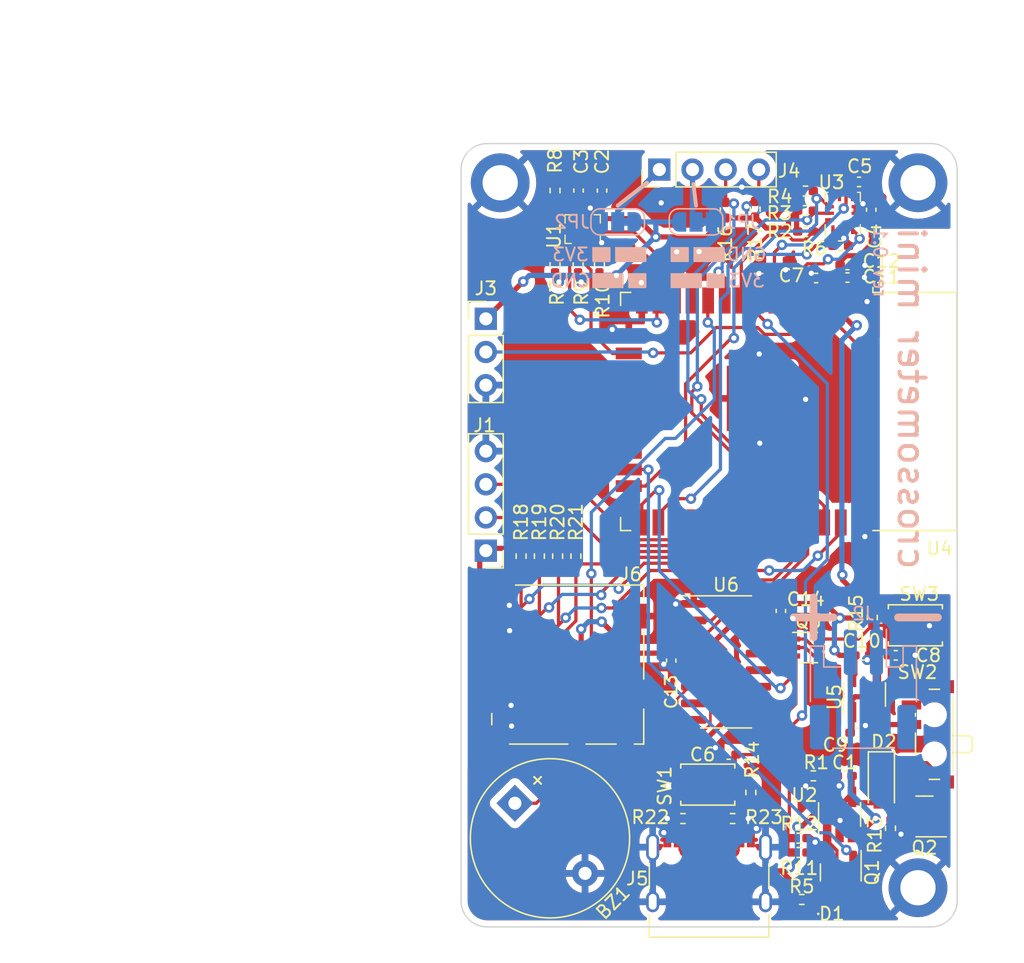
<source format=kicad_pcb>
(kicad_pcb (version 20211014) (generator pcbnew)
  (layers (0 "F.Cu" signal) (31 "B.Cu" signal) (34 "B.Paste" user) (35 "F.Paste" user) (36 "B.SilkS" user "B.Silkscreen") (37 "F.SilkS" user "F.Silkscreen") (38 "B.Mask" user) (39 "F.Mask" user) (44 "Edge.Cuts" user))
  (net 0 "")
  (net 1 "GND")
  (net 2 "+3V3")
  (net 3 "Net-(D1-Pad1)")
  (net 4 "Net-(D1-Pad2)")
  (net 5 "AUX")
  (net 8 "BATMONEN")
  (net 9 "Net-(Q3-Pad1)")
  (net 10 "SPI2CS")
  (net 11 "SPI2MOSI")
  (net 12 "BUZPWM")
  (net 13 "TX")
  (net 14 "RX")
  (net 15 "SPI2CLK")
  (net 16 "SPI2MISO")
  (net 17 "SPI3CS")
  (net 18 "SPI3MOSI")
  (net 19 "SPI3CLK")
  (net 20 "SPI3MISO")
  (net 21 "Net-(Q3-Pad2)")
  (net 22 "BATMON")
  (net 23 "/SVCC")
  (net 25 "VBUS")
  (net 26 "+BATT")
  (net 28 "Net-(Q1-Pad2)")
  (net 29 "IO0")
  (net 30 "RESET")
  (net 31 "TXD0")
  (net 32 "RXD0")
  (net 37 "ACCCS")
  (net 38 "ACCSDO")
  (net 39 "ACCINT1")
  (net 42 "VCC")
  (net 47 "SCL0")
  (net 48 "SDA0")
  (net 49 "SDA1")
  (net 50 "SCL1")
  (net 54 "ACCINT2")
  (net 55 "/3.3{slash}GND")
  (net 56 "/GND{slash}3.3")
  (net 59 "Net-(R1-Pad2)")
  (net 60 "/UD-")
  (net 61 "/UD+")
  (net 62 "Net-(J5-PadB5)")
  (net 63 "Net-(J5-PadA5)")
  (footprint "MountingHole:MountingHole_2.7mm_M2.5_ISO7380_Pad" (layer "F.Cu") (at 157 79)
    (fp_text reference "H1" hide)
    (fp_text value "MountingHole")
  )
  (footprint "Resistor_SMD:R_0402_1005Metric_Pad0.72x0.64mm_HandSolder" (layer "F.Cu") (at 138.9975 127.7 180)
    (fp_text reference "R22")
    (fp_text value "100k")
  )
  (footprint "Resistor_SMD:R_0402_1005Metric_Pad0.72x0.64mm_HandSolder" (layer "F.Cu") (at 130.966 85.3 -90)
    (fp_text reference "R9")
    (fp_text value "10k")
  )
  (footprint "Package_TO_SOT_SMD:SOT-23-5_HandSoldering" (layer "F.Cu") (at 152.9 118.2 90)
    (fp_text reference "U5")
    (fp_text value "ME6211C33M5G-N")
  )
  (footprint "RF_Module:ESP32-WROOM-32" (layer "F.Cu") (at 144.102 96.52 -90)
    (fp_text reference "U4")
    (fp_text value "ESP32-WROOM-32")
  )
  (footprint "Resistor_SMD:R_0402_1005Metric_Pad0.72x0.64mm_HandSolder" (layer "F.Cu") (at 142.24 81.1 -90)
    (fp_text reference "R16")
    (fp_text value "10k")
  )
  (footprint "Capacitor_SMD:C_0402_1005Metric_Pad0.74x0.62mm_HandSolder" (layer "F.Cu") (at 151.6 85.3)
    (fp_text reference "C12")
    (fp_text value "10µF")
  )
  (footprint "Package_LGA:Bosch_LGA-14_3x2.5mm_P0.5mm" (layer "F.Cu") (at 151.2375 81.335 90)
    (fp_text reference "U3")
    (fp_text value "LSM6DS3TR-C")
  )
  (footprint "Resistor_SMD:R_0402_1005Metric_Pad0.72x0.64mm_HandSolder" (layer "F.Cu") (at 148.1 133.9)
    (fp_text reference "R5")
    (fp_text value "2k")
  )
  (footprint "MountingHole:MountingHole_2.7mm_M2.5_ISO7380_Pad" (layer "F.Cu") (at 125 79)
    (fp_text reference "H3" hide)
    (fp_text value "MountingHole")
  )
  (footprint "MountingHole:MountingHole_2.7mm_M2.5_ISO7380_Pad" (layer "F.Cu") (at 157 133)
    (fp_text reference "H2" hide)
    (fp_text value "MountingHole")
  )
  (footprint "Capacitor_SMD:C_0402_1005Metric_Pad0.74x0.62mm_HandSolder" (layer "F.Cu") (at 149.2 86.3 180)
    (fp_text reference "C7")
    (fp_text value "1µF")
  )
  (footprint "Resistor_SMD:R_0402_1005Metric_Pad0.72x0.64mm_HandSolder" (layer "F.Cu") (at 151.0855 83.835 180)
    (fp_text reference "R6")
    (fp_text value "10k")
  )
  (footprint "Capacitor_SMD:C_0402_1005Metric_Pad0.74x0.62mm_HandSolder" (layer "F.Cu") (at 152.3675 121.13)
    (fp_text reference "C9")
    (fp_text value "1µF")
  )
  (footprint "Resistor_SMD:R_0402_1005Metric_Pad0.72x0.64mm_HandSolder" (layer "F.Cu") (at 144.2 125.7 -90)
    (fp_text reference "R14")
    (fp_text value "10k")
  )
  (footprint "LED_SMD:LED_0402_1005Metric_Pad0.77x0.64mm_HandSolder" (layer "F.Cu") (at 148.1 135 180)
    (fp_text reference "D1")
    (fp_text value "LED")
  )
  (footprint "Connector_PinHeader_2.54mm:PinHeader_1x03_P2.54mm_Vertical" (layer "F.Cu") (at 123.9 89.423)
    (fp_text reference "J3")
    (fp_text value "AUX")
  )
  (footprint "Resistor_SMD:R_0402_1005Metric_Pad0.72x0.64mm_HandSolder" (layer "F.Cu") (at 148.3855 79.635 180)
    (fp_text reference "R4")
    (fp_text value "10k")
  )
  (footprint "Button_Switch_SMD:SW_Push_SPST_NO_Alps_SKRK" (layer "F.Cu") (at 156.8 112.9 180)
    (fp_text reference "SW3")
    (fp_text value "RESET")
  )
  (footprint "Capacitor_SMD:C_0402_1005Metric_Pad0.74x0.62mm_HandSolder" (layer "F.Cu") (at 151.385 124.43)
    (fp_text reference "C1")
    (fp_text value "1µF")
  )
  (footprint "Resistor_SMD:R_0402_1005Metric_Pad0.72x0.64mm_HandSolder" (layer "F.Cu") (at 148.985 124.43)
    (fp_text reference "R1")
    (fp_text value "2k")
  )
  (footprint "Resistor_SMD:R_0402_1005Metric_Pad0.72x0.64mm_HandSolder" (layer "F.Cu") (at 132.6 85.3 -90)
    (fp_text reference "R10")
    (fp_text value "10k")
  )
  (footprint "Resistor_SMD:R_0402_1005Metric_Pad0.72x0.64mm_HandSolder" (layer "F.Cu") (at 148.3855 81.135 180)
    (fp_text reference "R3")
    (fp_text value "10k")
  )
  (footprint "Resistor_SMD:R_0402_1005Metric_Pad0.72x0.64mm_HandSolder" (layer "F.Cu") (at 142.8 127.7)
    (fp_text reference "R23")
    (fp_text value "100k")
  )
  (footprint "Resistor_SMD:R_0402_1005Metric_Pad0.72x0.64mm_HandSolder" (layer "F.Cu") (at 126.6 107.6 -90)
    (fp_text reference "R18")
    (fp_text value "100k")
  )
  (footprint "Buzzer_Beeper:Buzzer_12x9.5RM7.6" (layer "F.Cu") (at 126.125988 126.525988 -45)
    (fp_text reference "BZ1")
    (fp_text value "Buzzer")
  )
  (footprint "Button_Switch_SMD:SW_Push_SPST_NO_Alps_SKRK" (layer "F.Cu") (at 140.9 125.1)
    (fp_text reference "SW1")
    (fp_text value "IO0")
  )
  (footprint "Capacitor_SMD:C_0402_1005Metric_Pad0.74x0.62mm_HandSolder" (layer "F.Cu") (at 155.3 115.2)
    (fp_text reference "C8")
    (fp_text value "100nF")
  )
  (footprint "Resistor_SMD:R_0402_1005Metric_Pad0.72x0.64mm_HandSolder" (layer "F.Cu") (at 129.4 107.6 -90)
    (fp_text reference "R20")
    (fp_text value "100k")
  )
  (footprint "Resistor_SMD:R_0402_1005Metric_Pad0.72x0.64mm_HandSolder" (layer "F.Cu") (at 129.2 85.3 -90)
    (fp_text reference "R7")
    (fp_text value "10k")
  )
  (footprint "Button_Switch_SMD:SW_SPDT_PCM12" (layer "F.Cu") (at 157.93 121.25 90)
    (fp_text reference "SW2")
    (fp_text value "POWER_SWITCH")
  )
  (footprint "Resistor_SMD:R_0402_1005Metric_Pad0.72x0.64mm_HandSolder" (layer "F.Cu") (at 148.3855 82.735 180)
    (fp_text reference "R2")
    (fp_text value "10k")
  )
  (footprint "Resistor_SMD:R_0402_1005Metric_Pad0.72x0.64mm_HandSolder" (layer "F.Cu") (at 130.8 107.6 -90)
    (fp_text reference "R21")
    (fp_text value "100k")
  )
  (footprint "Capacitor_SMD:C_0402_1005Metric_Pad0.74x0.62mm_HandSolder" (layer "F.Cu") (at 146.5 111.8 -90)
    (fp_text reference "C14")
    (fp_text value "100nF")
  )
  (footprint "Capacitor_SMD:C_0402_1005Metric_Pad0.74x0.62mm_HandSolder" (layer "F.Cu") (at 138.1 115.6 90)
    (fp_text reference "C13")
    (fp_text value "100nF")
  )
  (footprint "Capacitor_SMD:C_0402_1005Metric_Pad0.74x0.62mm_HandSolder" (layer "F.Cu") (at 153.42 81.07 90)
    (fp_text reference "C4")
    (fp_text value "100nF")
  )
  (footprint "Capacitor_SMD:C_0402_1005Metric_Pad0.74x0.62mm_HandSolder" (layer "F.Cu") (at 152.4855 78.935 180)
    (fp_text reference "C5")
    (fp_text value "100nF")
  )
  (footprint "Resistor_SMD:R_0402_1005Metric_Pad0.72x0.64mm_HandSolder" (layer "F.Cu") (at 154.895 128.44 -90)
    (fp_text reference "R13")
    (fp_text value "100k")
  )
  (footprint "Package_TO_SOT_SMD:SOT-23" (layer "F.Cu") (at 151.085 131.83 -90)
    (fp_text reference "Q1")
    (fp_text value "2N7002")
  )
  (footprint "Resistor_SMD:R_0402_1005Metric_Pad0.72x0.64mm_HandSolder" (layer "F.Cu") (at 147.9 130.3 180)
    (fp_text reference "R11")
    (fp_text value "100k")
  )
  (footprint "Capacitor_SMD:C_0402_1005Metric_Pad0.74x0.62mm_HandSolder" (layer "F.Cu") (at 152.7325 115.2)
    (fp_text reference "C10")
    (fp_text value "1µF")
  )
  (footprint "Resistor_SMD:R_0402_1005Metric_Pad0.72x0.64mm_HandSolder" (layer "F.Cu") (at 144.526 81.026 -90)
    (fp_text reference "R17")
    (fp_text value "10k")
  )
  (footprint "Capacitor_SMD:C_0402_1005Metric_Pad0.74x0.62mm_HandSolder" (layer "F.Cu") (at 131 79.6 -90)
    (fp_text reference "C3")
    (fp_text value "100nF")
  )
  (footprint "Capacitor_SMD:C_0402_1005Metric_Pad0.74x0.62mm_HandSolder" (layer "F.Cu") (at 151.6 86.26)
    (fp_text reference "C11")
    (fp_text value "100nF")
  )
  (footprint "Package_LGA:Bosch_LGA-8_2x2.5mm_P0.65mm_ClockwisePinNumbering" (layer "F.Cu") (at 131.318 82.55 180)
    (fp_text reference "U1")
    (fp_text value "BMP280")
  )
  (footprint "Capacitor_SMD:C_0402_1005Metric_Pad0.74x0.62mm_HandSolder" (layer "F.Cu") (at 142.5 122.8 180)
    (fp_text reference "C6")
    (fp_text value "100nF")
  )
  (footprint "Resistor_SMD:R_0402_1005Metric_Pad0.72x0.64mm_HandSolder" (layer "F.Cu") (at 128 107.6 -90)
    (fp_text reference "R19")
    (fp_text value "100k")
  )
  (footprint "Package_TO_SOT_SMD:SOT-23-5_HandSoldering" (layer "F.Cu") (at 150.995 127.39 90)
    (fp_text reference "U2")
    (fp_text value "TP4054-42")
  )
  (footprint "Connector_PinHeader_2.54mm:PinHeader_1x04_P2.54mm_Vertical" (layer "F.Cu") (at 123.9 107.18 180)
    (fp_text reference "J1")
    (fp_text value "UART")
  )
  (footprint "Package_SO:SOIC-16_3.9x9.9mm_P1.27mm" (layer "F.Cu") (at 142.3 115.7)
    (fp_text reference "U6")
    (fp_text value "CH340C")
  )
  (footprint "Connector_PinHeader_2.54mm:PinHeader_1x04_P2.54mm_Vertical" (layer "F.Cu") (at 137.19 77.99 90)
    (fp_text reference "J4")
    (fp_text value "I²C")
  )
  (footprint "Resistor_SMD:R_0402_1005Metric_Pad0.72x0.64mm_HandSolder" (layer "F.Cu") (at 129.2 79.6 -90)
    (fp_text reference "R8")
    (fp_text value "10k")
  )
  (footprint "Connector_USB:USB_C_Receptacle_XKB_U262-16XN-4BVC11" (layer "F.Cu") (at 141 133)
    (fp_text reference "J5")
    (fp_text value "USB_C_Receptacle_USB2.0")
  )
  (footprint "Connector_Card:microSD_HC_Molex_104031-0811" (layer "F.Cu") (at 130.175 115.9256 90)
    (fp_text reference "J6")
    (fp_text value "Micro_SD_Card_Det")
  )
  (footprint "Package_TO_SOT_SMD:SOT-23" (layer "F.Cu") (at 157.495 127.54 180)
    (fp_text reference "Q2")
    (fp_text value "CJ2301")
  )
  (footprint "Diode_SMD:D_SOD-123" (layer "F.Cu") (at 154.195 124.84 -90)
    (fp_text reference "D2")
    (fp_text value "B5819W")
  )
  (footprint "Capacitor_SMD:C_0402_1005Metric_Pad0.74x0.62mm_HandSolder" (layer "F.Cu") (at 132.8 79.6 90)
    (fp_text reference "C2")
    (fp_text value "100nF")
  )
  (footprint "Resistor_SMD:R_0402_1005Metric_Pad0.72x0.64mm_HandSolder" (layer "F.Cu") (at 147.9 129.2)
    (fp_text reference "R12")
    (fp_text value "100k")
  )
  (footprint "Resistor_SMD:R_0402_1005Metric_Pad0.72x0.64mm_HandSolder" (layer "F.Cu") (at 153.5 112.3 90)
    (fp_text reference "R15")
    (fp_text value "10k")
  )
  (footprint "Package_TO_SOT_SMD:SOT-363_SC-70-6" (layer "F.Cu") (at 148.6 114.6)
    (fp_text reference "Q3")
    (fp_text value "UMH3N")
  )
  (footprint "Jumper:SolderJumper-3_P1.3mm_Bridged12_RoundedPad1.0x1.5mm_NumberLabels" (layer "B.Cu") (at 134 82 180)
    (fp_text reference "JP2")
    (fp_text value "I²C1")
  )
  (footprint "Connector_JST:JST_PH_S2B-PH-SM4-TB_1x02-1MP_P2.00mm_Horizontal" (layer "B.Cu") (at 152.82 117.8 180)
    (fp_text reference "J2")
    (fp_text value "BAT")
  )
  (footprint "Jumper:SolderJumper-3_P1.3mm_Bridged12_RoundedPad1.0x1.5mm_NumberLabels" (layer "B.Cu") (at 140 82 180)
    (fp_text reference "JP1")
    (fp_text value "I²C2")
  )
  (gr_rect (start 138.125 86) (end 140.375 87) (layer "B.SilkS") (width 0.15) (fill solid))
  (gr_rect (start 142.125 86) (end 140.875 87) (layer "B.SilkS") (width 0.15) (fill solid))
  (gr_rect (start 139.375 84) (end 138.125 85) (layer "B.SilkS") (width 0.15) (fill solid))
  (gr_line (start 140 80.75) (end 139.8 79.1) (layer "B.SilkS") (width 0.3))
  (gr_rect (start 142.125 84) (end 139.875 85) (layer "B.SilkS") (width 0.15) (fill solid))
  (gr_rect (start 132.125 86) (end 134.375 87) (layer "B.SilkS") (width 0.15) (fill solid))
  (gr_rect (start 136.125 84) (end 133.875 85) (layer "B.SilkS") (width 0.15) (fill solid))
  (gr_rect (start 133.375 84) (end 132.125 85) (layer "B.SilkS") (width 0.15) (fill solid))
  (gr_line (start 134 80.75) (end 136.25 79) (layer "B.SilkS") (width 0.3))
  (gr_rect (start 136.125 86) (end 134.875 87) (layer "B.SilkS") (width 0.15) (fill solid))
  (gr_line (start 160 134) (end 160 78) (layer "Edge.Cuts") (width 0.1))
  (gr_arc (start 160 134) (mid 159.414214 135.414214) (end 158 136) (layer "Edge.Cuts") (width 0.1))
  (gr_line (start 122 78) (end 122 134) (layer "Edge.Cuts") (width 0.1))
  (gr_arc (start 122 78) (mid 122.585786 76.585786) (end 124 76) (layer "Edge.Cuts") (width 0.1))
  (gr_line (start 124 136) (end 158 136) (layer "Edge.Cuts") (width 0.1))
  (gr_line (start 158 76) (end 124 76) (layer "Edge.Cuts") (width 0.1))
  (gr_arc (start 124 136) (mid 122.585786 135.414214) (end 122 134) (layer "Edge.Cuts") (width 0.1))
  (gr_arc (start 158 76) (mid 159.414214 76.585786) (end 160 78) (layer "Edge.Cuts") (width 0.1))
  (gr_text "-" (at 157 112) (layer "B.SilkS") (effects (font (size 4 4) (thickness 0.6)) (justify mirror)))
  (gr_text "GND" (at 143.875 84.5) (layer "B.SilkS") (effects (font (size 1 1)) (justify mirror)))
  (gr_text "+" (at 149 112) (layer "B.SilkS") (effects (font (size 4 4) (thickness 0.6)) (justify mirror)))
  (gr_text "3V3" (at 143.875 86.5) (layer "B.SilkS") (effects (font (size 1 1)) (justify mirror)))
  (gr_text "GND" (at 130.375 86.5) (layer "B.SilkS") (effects (font (size 1 1)) (justify mirror)))
  (gr_text "crossometer mini" (at 156.5 95.5 270) (layer "B.SilkS") (effects (font (size 2 2) (thickness 0.3)) (justify mirror)))
  (gr_text "rev 0.1" (at 154.1 85.1 270) (layer "B.SilkS") (effects (font (size 1 1)) (justify mirror)))
  (gr_text "3V3" (at 130.375 84.5) (layer "B.SilkS") (effects (font (size 1 1)) (justify mirror)))
  (segment (start 152.9 119.55) (end 152.9 120.496311) (width 0.4) (layer "F.Cu") (net 1))
  (segment (start 137.822691 116.1675) (end 137.530899 115.875708) (width 0.4) (layer "F.Cu") (net 1))
  (segment (start 124.725 119.0306) (end 125.8294 119.0306) (width 0.4) (layer "F.Cu") (net 1))
  (segment (start 146.5 112.3675) (end 147.4175 112.3675) (width 0.4) (layer "F.Cu") (net 1))
  (segment (start 144.857 95.52) (end 144.857 98.927) (width 0.4) (layer "F.Cu") (net 1))
  (segment (start 152.935 121.13) (end 152.935 120.615649) (width 0.4) (layer "F.Cu") (net 1))
  (segment (start 152.902968 85.3) (end 152.932652 85.329684) (width 0.4) (layer "F.Cu") (net 1))
  (segment (start 152.1675 85.3) (end 152.902968 85.3) (width 0.4) (layer "F.Cu") (net 1))
  (segment (start 135.847 86.687) (end 135.81 86.65) (width 0.4) (layer "F.Cu") (net 1))
  (segment (start 148.6325 86.132555) (end 148.830418 85.934637) (width 0.4) (layer "F.Cu") (net 1))
  (segment (start 153.315 80.6075) (end 153.42 80.5025) (width 0.4) (layer "F.Cu") (net 1))
  (segment (start 138.4 127.7) (end 137.8 127.7) (width 0.4) (layer "F.Cu") (net 1))
  (segment (start 138.455 111.255) (end 138.44 111.27) (width 0.4) (layer "F.Cu") (net 1))
  (segment (start 134.847 90.805) (end 134.145 90.805) (width 0.4) (layer "F.Cu") (net 1))
  (segment (start 148.32 95.52) (end 148.39 95.59) (width 0.4) (layer "F.Cu") (net 1))
  (segment (start 132.293 83.35) (end 132.53 83.35) (width 0.4) (layer "F.Cu") (net 1))
  (segment (start 150.8175 124.43) (end 150.8175 125.044367) (width 0.4) (layer "F.Cu") (net 1))
  (segment (start 151.683 83.618341) (end 151.315572 83.250913) (width 0.4) (layer "F.Cu") (net 1))
  (segment (start 131.643 81.197665) (end 131.898561 80.942104) (width 0.4) (layer "F.Cu") (net 1))
  (segment (start 144.857 95.52) (end 148.32 95.52) (width 0.4) (layer "F.Cu") (net 1))
  (segment (start 152.25 80.835) (end 152.558 80.835) (width 0.4) (layer "F.Cu") (net 1))
  (segment (start 125.6894 111.3806) (end 125.7 111.37) (width 0.4) (layer "F.Cu") (net 1))
  (segment (start 144.35 129.33) (end 144.35 128.73) (width 0.2) (layer "F.Cu") (net 1))
  (segment (start 148.6325 86.3) (end 148.6325 86.132555) (width 0.4) (layer "F.Cu") (net 1))
  (segment (start 141.9325 122.8) (end 141.478551 122.346051) (width 0.4) (layer "F.Cu") (net 1))
  (segment (start 152.25 80.835) (end 152.25 81.26) (width 0.4) (layer "F.Cu") (net 1))
  (segment (start 144.857 98.927) (end 144.88 98.95) (width 0.4) (layer "F.Cu") (net 1))
  (segment (start 148.809619 129.2) (end 149.1205 129.510881) (width 0.4) (layer "F.Cu") (net 1))
  (segment (start 152.357 106.233) (end 152.17 106.42) (width 0.4) (layer "F.Cu") (net 1))
  (segment (start 125.4994 113.5306) (end 125.72 113.31) (width 0.4) (layer "F.Cu") (net 1))
  (segment (start 152.9 120.496311) (end 152.977169 120.57348) (width 0.4) (layer "F.Cu") (net 1))
  (segment (start 144.857 95.52) (end 144.857 92.137) (width 0.4) (layer "F.Cu") (net 1))
  (segment (start 141.478551 122.346051) (end 141.478551 122.277187) (width 0.4) (layer "F.Cu") (net 1))
  (segment (start 148.3875 124.43) (end 148.3875 125.1875) (width 0.4) (layer "F.Cu") (net 1))
  (segment (start 155.8675 115.2) (end 156.77 115.2) (width 0.4) (layer "F.Cu") (net 1))
  (segment (start 124.9994 121.4906) (end 125.87 120.62) (width 0.4) (layer "F.Cu") (net 1))
  (segment (start 157.91 112.9) (end 157.88 112.93) (width 0.4) (layer "F.Cu") (net 1))
  (segment (start 132.53 83.35) (end 132.77 83.59) (width 0.4) (layer "F.Cu") (net 1))
  (segment (start 153.3 115.350576) (end 153.10842 115.542156) (width 0.4) (layer "F.Cu") (net 1))
  (segment (start 124.85 121.4906) (end 124.9994 121.4906) (width 0.4) (layer "F.Cu") (net 1))
  (segment (start 137.65 129.33) (end 137.65 128.9) (width 0.2) (layer "F.Cu") (net 1))
  (segment (start 135.847 88.02) (end 135.847 86.687) (width 0.4) (layer "F.Cu") (net 1))
  (segment (start 153.02 88.02) (end 153.1 88.1) (width 0.4) (layer "F.Cu") (net 1))
  (segment (start 155.5625 129.0375) (end 155.7 128.9) (width 0.4) (layer "F.Cu") (net 1))
  (segment (start 125.8294 119.0306) (end 125.83 119.03) (width 0.4) (layer "F.Cu") (net 1))
  (segment (start 148.3875 125.1875) (end 148.4 125.2) (width 0.4) (layer "F.Cu") (net 1))
  (segment (start 138 125.1) (end 137.9 125.2) (width 0.4) (layer "F.Cu") (net 1))
  (segment (start 152.357 105.527) (end 152.93 106.1) (width 0.4) (layer "F.Cu") (net 1))
  (segment (start 138.1 116.1675) (end 137.822691 116.1675) (width 0.4) (layer "F.Cu") (net 1))
  (segment (start 152.357 105.02) (end 152.357 105.527) (width 0.4) (layer "F.Cu") (net 1))
  (segment (start 148.4975 129.2) (end 148.809619 129.2) (width 0.4) (layer "F.Cu") (net 1))
  (segment (start 154.895 129.0375) (end 155.5625 129.0375) (width 0.4) (layer "F.Cu") (net 1))
  (segment (start 124.725 113.5306) (end 125.4994 113.5306) (width 0.4) (layer "F.Cu") (net 1))
  (segment (start 143.3975 127.7) (end 144 127.7) (width 0.4) (layer "F.Cu") (net 1))
  (segment (start 139.825 111.255) (end 138.455 111.255) (width 0.4) (layer "F.Cu") (net 1))
  (segment (start 137.65 128.9) (end 137.53 128.78) (width 0.2) (layer "F.Cu") (net 1))
  (segment (start 152.935 120.615649) (end 152.977169 120.57348) (width 0.4) (layer "F.Cu") (net 1))
  (segment (start 150.995 127.882166) (end 151.031488 127.845678) (width 0.4) (layer "F.Cu") (net 1))
  (segment (start 158.9 112.9) (end 157.91 112.9) (width 0.4) (layer "F.Cu") (net 1))
  (segment (start 152.1675 86.26) (end 152.89 86.26) (width 0.4) (layer "F.Cu") (net 1))
  (segment (start 144.35 128.73) (end 144.62 128.46) (width 0.2) (layer "F.Cu") (net 1))
  (segment (start 150.995 128.74) (end 150.995 127.882166) (width 0.4) (layer "F.Cu") (net 1))
  (segment (start 152.89 86.26) (end 152.9 86.25) (width 0.4) (layer "F.Cu") (net 1))
  (segment (start 124.725 111.3806) (end 125.6894 111.3806) (width 0.4) (layer "F.Cu") (net 1))
  (segment (start 131.643 81.75) (end 131.643 81.197665) (width 0.4) (layer "F.Cu") (net 1))
  (segment (start 152.558 80.835) (end 152.7855 80.6075) (width 0.4) (layer "F.Cu") (net 1))
  (segment (start 152.7855 80.6075) (end 153.315 80.6075) (width 0.4) (layer "F.Cu") (net 1))
  (segment (start 156.77 115.2) (end 156.78 115.19) (width 0.4) (layer "F.Cu") (net 1))
  (segment (start 152.357 88.02) (end 153.02 88.02) (width 0.4) (layer "F.Cu") (net 1))
  (segment (start 144.857 92.137) (end 144.84 92.12) (width 0.4) (layer "F.Cu") (net 1))
  (segment (start 134.145 90.805) (end 133.58 90.24) (width 0.4) (layer "F.Cu") (net 1))
  (segment (start 151.683 83.835) (end 151.683 83.618341) (width 0.4) (layer "F.Cu") (net 1))
  (segment (start 150.8175 125.044367) (end 150.965696 125.192563) (width 0.4) (layer "F.Cu") (net 1))
  (segment (start 147.4175 112.3675) (end 147.43 112.38) (width 0.4) (layer "F.Cu") (net 1))
  (segment (start 138.8 125.1) (end 138 125.1) (width 0.4) (layer "F.Cu") (net 1))
  (segment (start 152.357 105.02) (end 152.357 106.233) (width 0.4) (layer "F.Cu") (net 1))
  (segment (start 153.3 115.2) (end 153.3 115.350576) (width 0.4) (layer "F.Cu") (net 1))
  (via (at 152.977169 120.57348) (size 0.8) (drill 0.4) (layers "F.Cu" "B.Cu") (net 1))
  (via (at 137.9 125.2) (size 0.8) (drill 0.4) (layers "F.Cu" "B.Cu") (net 1))
  (via (at 155.7 128.9) (size 0.8) (drill 0.4) (layers "F.Cu" "B.Cu") (net 1))
  (via (at 137.530899 115.875708) (size 0.8) (drill 0.4) (layers "F.Cu" "B.Cu") (net 1))
  (via (at 144.88 98.95) (size 0.8) (drill 0.4) (layers "F.Cu" "B.Cu") (net 1))
  (via (at 144.84 92.12) (size 0.8) (drill 0.4) (layers "F.Cu" "B.Cu") (net 1))
  (via (at 152.9 86.25) (size 0.8) (drill 0.4) (layers "F.Cu" "B.Cu") (net 1))
  (via (at 146.86 85.67) (size 0.8) (drill 0.4) (layers "F.Cu" "B.Cu") (net 1))
  (via (at 151.315572 83.250913) (size 0.8) (drill 0.4) (layers "F.Cu" "B.Cu") (net 1))
  (via (at 125.7 111.37) (size 0.8) (drill 0.4) (layers "F.Cu" "B.Cu") (net 1))
  (via (at 148.4 125.2) (size 0.8) (drill 0.4) (layers "F.Cu" "B.Cu") (net 1))
  (via (at 149.1205 129.510881) (size 0.8) (drill 0.4) (layers "F.Cu" "B.Cu") (net 1))
  (via (at 143.5 79.33) (size 0.8) (drill 0.4) (layers "F.Cu" "B.Cu") (net 1))
  (via (at 135.81 86.65) (size 0.8) (drill 0.4) (layers "F.Cu" "B.Cu") (net 1))
  (via (at 138.52 84.29) (size 0.8) (drill 0.4) (layers "F.Cu" "B.Cu") (net 1))
  (via (at 133.58 90.24) (size 0.8) (drill 0.4) (layers "F.Cu" "B.Cu") (net 1))
  (via (at 144.62 128.46) (size 0.8) (drill 0.4) (layers "F.Cu" "B.Cu") (net 1))
  (via (at 141.478551 122.277187) (size 0.8) (drill 0.4) (layers "F.Cu" "B.Cu") (net 1))
  (via (at 152.7855 80.6075) (size 0.8) (drill 0.4) (layers "F.Cu" "B.Cu") (net 1))
  (via (at 156.78 115.19) (size 0.8) (drill 0.4) (layers "F.Cu" "B.Cu") (net 1))
  (via (at 137.53 128.78) (size 0.8) (drill 0.4) (layers "F.Cu" "B.Cu") (net 1))
  (via (at 150.965696 125.192563) (size 0.8) (drill 0.4) (layers "F.Cu" "B.Cu") (net 1))
  (via (at 144 127.7) (size 0.8) (drill 0.4) (layers "F.Cu" "B.Cu") (net 1))
  (via (at 157.88 112.93) (size 0.8) (drill 0.4) (layers "F.Cu" "B.Cu") (net 1))
  (via (at 140.23 84.27) (size 0.8) (drill 0.4) (layers "F.Cu" "B.Cu") (net 1))
  (via (at 144.82 85.95) (size 0.8) (drill 0.4) (layers "F.Cu" "B.Cu") (net 1))
  (via (at 131.898561 80.942104) (size 0.8) (drill 0.4) (layers "F.Cu" "B.Cu") (net 1))
  (via (at 137.8 127.7) (size 0.8) (drill 0.4) (layers "F.Cu" "B.Cu") (net 1))
  (via (at 125.72 113.31) (size 0.8) (drill 0.4) (layers "F.Cu" "B.Cu") (net 1))
  (via (at 125.87 120.62) (size 0.8) (drill 0.4) (layers "F.Cu" "B.Cu") (net 1))
  (via (at 138.44 111.27) (size 0.8) (drill 0.4) (layers "F.Cu" "B.Cu") (net 1))
  (via (at 153.10842 115.542156) (size 0.8) (drill 0.4) (layers "F.Cu" "B.Cu") (net 1))
  (via (at 147.43 112.38) (size 0.8) (drill 0.4) (layers "F.Cu" "B.Cu") (net 1))
  (via (at 125.83 119.03) (size 0.8) (drill 0.4) (layers "F.Cu" "B.Cu") (net 1))
  (via (at 148.830418 85.934637) (size 0.8) (drill 0.4) (layers "F.Cu" "B.Cu") (net 1))
  (via (at 137.33 80.54) (size 0.8) (drill 0.4) (layers "F.Cu" "B.Cu") (net 1))
  (via (at 132.77 83.59) (size 0.8) (drill 0.4) (layers "F.Cu" "B.Cu") (net 1))
  (via (at 153.1 88.1) (size 0.8) (drill 0.4) (layers "F.Cu" "B.Cu") (net 1))
  (via (at 148.39 95.59) (size 0.8) (drill 0.4) (layers "F.Cu" "B.Cu") (net 1))
  (via (at 152.93 106.1) (size 0.8) (drill 0.4) (layers "F.Cu" "B.Cu") (net 1))
  (via (at 152.932652 85.329684) (size 0.8) (drill 0.4) (layers "F.Cu" "B.Cu") (net 1))
  (via (at 151.031488 127.845678) (size 0.8) (drill 0.4) (layers "F.Cu" "B.Cu") (net 1))
  (segment (start 153.227844 115.542156) (end 153.82 114.95) (width 0.4) (layer "B.Cu") (net 1))
  (segment (start 153.10842 115.542156) (end 153.227844 115.542156) (width 0.4) (layer "B.Cu") (net 1))
  (segment (start 151.898 78.915) (end 148.508 78.915) (width 0.4) (layer "F.Cu") (net 2))
  (segment (start 124.3206 124.27) (end 124.05 124.27) (width 0.4) (layer "F.Cu") (net 2))
  (segment (start 153.96 79.66) (end 152.1605 79.66) (width 0.4) (layer "F.Cu") (net 2))
  (segment (start 152.007 89.92) (end 151.087 89) (width 0.4) (layer "F.Cu") (net 2))
  (segment (start 147.704618 82.651618) (end 147.788 82.735) (width 0.4) (layer "F.Cu") (net 2))
  (segment (start 136.91 83.15) (end 140.7875 83.15) (width 0.4) (layer "F.Cu") (net 2))
  (segment (start 154.3855 81.035) (end 154.3855 80.0855) (width 0.4) (layer "F.Cu") (net 2))
  (segment (start 151.0325 85.0575) (end 151.5 84.59) (width 0.4) (layer "F.Cu") (net 2))
  (segment (start 138.1 115.0325) (end 135.1825 115.0325) (width 0.4) (layer "F.Cu") (net 2))
  (segment (start 153.42 81.6375) (end 153.783 81.6375) (width 0.4) (layer "F.Cu") (net 2))
  (segment (start 140.6 124.548528) (end 140.6 121.8) (width 0.4) (layer "F.Cu") (net 2))
  (segment (start 153.42 83.710965) (end 153.42 81.6375) (width 0.4) (layer "F.Cu") (net 2))
  (segment (start 153.783 81.6375) (end 154.3855 81.035) (width 0.4) (layer "F.Cu") (net 2))
  (segment (start 152.1605 79.66) (end 152.0125 79.808) (width 0.4) (layer "F.Cu") (net 2))
  (segment (start 144.452 81.6975) (end 144.526 81.6235) (width 0.4) (layer "F.Cu") (net 2))
  (segment (start 142.073591 113.473591) (end 144.314683 111.2325) (width 0.4) (layer "F.Cu") (net 2))
  (segment (start 124.1906 115.7306) (end 124.725 115.7306) (width 0.4) (layer "F.Cu") (net 2))
  (segment (start 132.8025 86.1) (end 132.6 85.8975) (width 0.4) (layer "F.Cu") (net 2))
  (segment (start 152.540965 84.59) (end 153.42 83.710965) (width 0.4) (layer "F.Cu") (net 2))
  (segment (start 151.5 84.59) (end 152.540965 84.59) (width 0.4) (layer "F.Cu") (net 2))
  (segment (start 151.087 89) (end 151.087 88.02) (width 0.4) (layer "F.Cu") (net 2))
  (segment (start 153.5 111.7025) (end 151.21 109.4125) (width 0.4) (layer "F.Cu") (net 2))
  (segment (start 152.165 116.635) (end 151.95 116.85) (width 0.4) (layer "F.Cu") (net 2))
  (segment (start 126.6 107.0025) (end 124.0775 107.0025) (width 0.4) (layer "F.Cu") (net 2))
  (segment (start 140.482183 115.065) (end 141.463591 114.083591) (width 0.4) (layer "F.Cu") (net 2))
  (segment (start 139.825 115.065) (end 140.482183 115.065) (width 0.4) (layer "F.Cu") (net 2))
  (segment (start 142.24 81.6975) (end 144.452 81.6975) (width 0.4) (layer "F.Cu") (net 2))
  (segment (start 131.2 117.3906) (end 124.3206 124.27) (width 0.4) (layer "F.Cu") (net 2))
  (segment (start 129.2 86.3) (end 129.5 86.6) (width 0.4) (layer "F.Cu") (net 2))
  (segment (start 140.6 121.8) (end 142.2 120.2) (width 0.4) (layer "F.Cu") (net 2))
  (segment (start 141.463591 114.083591) (end 142.073591 113.473591) (width 0.4) (layer "F.Cu") (net 2))
  (segment (start 132.775104 80.142604) (end 132.8 80.1675) (width 0.4) (layer "F.Cu") (net 2))
  (segment (start 123.43 107.65) (end 123.43 114.97) (width 0.4) (layer "F.Cu") (net 2))
  (segment (start 147.788 81.135) (end 147.08 81.843) (width 0.4) (layer "F.Cu") (net 2))
  (segment (start 151.918 78.935) (end 152.0125 79.0295) (width 0.4) (layer "F.Cu") (net 2))
  (segment (start 148.508 78.915) (end 147.788 79.635) (width 0.4) (layer "F.Cu") (net 2))
  (segment (start 123.9 107.18) (end 123.43 107.65) (width 0.4) (layer "F.Cu") (net 2))
  (segment (start 146.5 111.2325) (end 149.9025 111.2325) (width 0.4) (layer "F.Cu") (net 2))
  (segment (start 142.2 114.82) (end 142.2 120.2) (width 0.4) (layer "F.Cu") (net 2))
  (segment (start 151.0325 85.3) (end 151.0325 87.9655) (width 0.4) (layer "F.Cu") (net 2))
  (segment (start 132.8 80.1675) (end 132.8 81.243) (width 0.4) (layer "F.Cu") (net 2))
  (segment (start 130.966 86.366) (end 131.2 86.6) (width 0.4) (layer "F.Cu") (net 2))
  (segment (start 132.8 81.243) (end 132.293 81.75) (width 0.4) (layer "F.Cu") (net 2))
  (segment (start 149.9025 111.2325) (end 151.01 112.34) (width 0.4) (layer "F.Cu") (net 2))
  (segment (start 130.945427 80.222073) (end 130.945427 81.702427) (width 0.4) (layer "F.Cu") (net 2))
  (segment (start 144.314683 111.2325) (end 146.5 111.2325) (width 0.4) (layer "F.Cu") (net 2))
  (segment (start 130.966 85.8975) (end 130.966 86.366) (width 0.4) (layer "F.Cu") (net 2))
  (segment (start 151.0325 87.9655) (end 151.087 88.02) (width 0.4) (layer "F.Cu") (net 2))
  (segment (start 151.0325 85.3) (end 151.0325 85.0575) (width 0.4) (layer "F.Cu") (net 2))
  (segment (start 133.9 86.1) (end 132.8025 86.1) (width 0.4) (layer "F.Cu") (net 2))
  (segment (start 154.3855 80.0855) (end 153.96 79.66) (width 0.4) (layer "F.Cu") (net 2))
  (segment (start 129.2 85.8975) (end 129.2 86.3) (width 0.4) (layer "F.Cu") (net 2))
  (segment (start 140.7875 83.15) (end 142.24 81.6975) (width 0.4) (layer "F.Cu") (net 2))
  (segment (start 153.5 111.7025) (end 152.8625 112.34) (width 0.4) (layer "F.Cu") (net 2))
  (segment (start 131.2 113.18) (end 131.2 117.3906) (width 0.4) (layer "F.Cu") (net 2))
  (segment (start 152.165 115.2) (end 151 115.2) (width 0.4) (layer "F.Cu") (net 2))
  (segment (start 131.024896 80.142604) (end 132.775104 80.142604) (width 0.4) (layer "F.Cu") (net 2))
  (segment (start 123.43 114.97) (end 124.1906 115.7306) (width 0.4) (layer "F.Cu") (net 2))
  (segment (start 152.31 89.92) (end 152.007 89.92) (width 0.4) (layer "F.Cu") (net 2))
  (segment (start 124.0775 107.0025) (end 123.9 107.18) (width 0.4) (layer "F.Cu") (net 2))
  (segment (start 152.0125 79.0295) (end 152.0125 80.0725) (width 0.4) (layer "F.Cu") (net 2))
  (segment (start 152.8625 112.34) (end 151.01 112.34) (width 0.4) (layer "F.Cu") (net 2))
  (segment (start 123.9 89.423) (end 126.753 86.57) (width 0.4) (layer "F.Cu") (net 2))
  (segment (start 151.918 78.935) (end 151.898 78.915) (width 0.4) (layer "F.Cu") (net 2))
  (segment (start 131 80.1675) (end 130.945427 80.222073) (width 0.4) (layer "F.Cu") (net 2))
  (segment (start 151.21 109.4125) (end 151.21 109.03) (width 0.4) (layer "F.Cu") (net 2))
  (segment (start 143.9975 126.5) (end 144.2 126.2975) (width 0.4) (layer "F.Cu") (net 2))
  (segment (start 131 80.1675) (end 131.024896 80.142604) (width 0.4) (layer "F.Cu") (net 2))
  (segment (start 130.945427 81.702427) (end 130.993 81.75) (width 0.4) (layer "F.Cu") (net 2))
  (segment (start 126.753 86.57) (end 126.76 86.57) (width 0.4) (layer "F.Cu") (net 2))
  (segment (start 147.08 82.47) (end 145.3725 82.47) (width 0.4) (layer "F.Cu") (net 2))
  (segment (start 147.788 79.635) (end 147.704618 79.718382) (width 0.4) (layer "F.Cu") (net 2))
  (segment (start 153.42 81.6375) (end 153.1975 81.86) (width 0.4) (layer "F.Cu") (net 2))
  (segment (start 135.51 81.75) (end 136.91 83.15) (width 0.4) (layer "F.Cu") (net 2))
  (segment (start 135.1825 115.0325) (end 132.77 112.62) (width 0.4) (layer "F.Cu") (net 2))
  (segment (start 147.704618 79.718382) (end 147.704618 82.651618) (width 0.4) (layer "F.Cu") (net 2))
  (segment (start 152.165 115.2) (end 152.165 116.635) (width 0.4) (layer "F.Cu") (net 2))
  (segment (start 132.293 81.75) (end 135.51 81.75) (width 0.4) (layer "F.Cu") (net 2))
  (segment (start 147.08 81.843) (end 147.08 82.47) (width 0.4) (layer "F.Cu") (net 2))
  (segment (start 124.05 124.27) (end 123.43 123.65) (width 0.4) (layer "F.Cu") (net 2))
  (segment (start 142.2 114.82) (end 141.463591 114.083591) (width 0.4) (layer "F.Cu") (net 2))
  (segment (start 130.8 107.0025) (end 126.6 107.0025) (width 0.4) (layer "F.Cu") (net 2))
  (segment (start 151 115.2) (end 150.6 114.8) (width 0.4) (layer "F.Cu") (net 2))
  (segment (start 139.825 115.065) (end 138.1325 115.065) (width 0.4) (layer "F.Cu") (net 2))
  (segment (start 123.43 123.65) (end 123.43 114.97) (width 0.4) (layer "F.Cu") (net 2))
  (segment (start 142.551472 126.5) (end 140.6 124.548528) (width 0.4) (layer "F.Cu") (net 2))
  (segment (start 142.551472 126.5) (end 143.9975 126.5) (width 0.4) (layer "F.Cu") (net 2))
  (segment (start 153.1975 81.86) (end 152.25 81.86) (width 0.4) (layer "F.Cu") (net 2))
  (segment (start 145.3725 82.47) (end 144.526 81.6235) (width 0.4) (layer "F.Cu") (net 2))
  (via (at 152.31 89.92) (size 0.8) (drill 0.4) (layers "F.Cu" "B.Cu") (net 2))
  (via (at 126.76 86.57) (size 0.8) (drill 0.4) (layers "F.Cu" "B.Cu") (net 2))
  (via (at 151.21 109.03) (size 0.8) (drill 0.4) (layers "F.Cu" "B.Cu") (net 2))
  (via (at 150.6 114.8) (size 0.8) (drill 0.4) (layers "F.Cu" "B.Cu") (net 2))
  (via (at 129.5 86.6) (size 0.8) (drill 0.4) (layers "F.Cu" "B.Cu") (net 2))
  (via (at 132.77 112.62) (size 0.8) (drill 0.4) (layers "F.Cu" "B.Cu") (net 2))
  (via (at 136.91 83.15) (size 0.8) (drill 0.4) (layers "F.Cu" "B.Cu") (net 2))
  (via (at 151.01 112.34) (size 0.8) (drill 0.4) (layers "F.Cu" "B.Cu") (net 2))
  (via (at 131.2 113.18) (size 0.8) (drill 0.4) (layers "F.Cu" "B.Cu") (net 2))
  (via (at 131.2 86.6) (size 0.8) (drill 0.4) (layers "F.Cu" "B.Cu") (net 2))
  (via (at 133.9 86.1) (size 0.8) (drill 0.4) (layers "F.Cu" "B.Cu") (net 2))
  (segment (start 136.85 83.15) (end 133.9 86.1) (width 0.4) (layer "B.Cu") (net 2))
  (segment (start 127.23 86.1) (end 126.76 86.57) (width 0.4) (layer "B.Cu") (net 2))
  (segment (start 136.92 83.14) (end 136.91 83.15) (width 0.4) (layer "B.Cu") (net 2))
  (segment (start 150.6 114.8) (end 150.6 112.75) (width 0.4) (layer "B.Cu") (net 2))
  (segment (start 151.17 91.06) (end 151.17 108.99) (width 0.4) (layer "B.Cu") (net 2))
  (segment (start 131.76 112.62) (end 131.2 113.18) (width 0.4) (layer "B.Cu") (net 2))
  (segment (start 136.92 82) (end 138.7 82) (width 0.4) (layer "B.Cu") (net 2))
  (segment (start 136.91 83.15) (end 136.85 83.15) (width 0.4) (layer "B.Cu") (net 2))
  (segment (start 152.31 89.92) (end 151.17 91.06) (width 0.4) (layer "B.Cu") (net 2))
  (segment (start 132.77 112.62) (end 131.76 112.62) (width 0.4) (layer "B.Cu") (net 2))
  (segment (start 151.17 108.99) (end 151.21 109.03) (width 0.4) (layer "B.Cu") (net 2))
  (segment (start 150.6 112.75) (end 151.01 112.34) (width 0.4) (layer "B.Cu") (net 2))
  (segment (start 129.8 86.3) (end 129.8 86.1) (width 0.4) (layer "B.Cu") (net 2))
  (segment (start 131.6 86.2) (end 131.6 86.1) (width 0.4) (layer "B.Cu") (net 2))
  (segment (start 133.9 86.1) (end 131.6 86.1) (width 0.4) (layer "B.Cu") (net 2))
  (segment (start 136.92 82) (end 136.92 83.14) (width 0.4) (layer "B.Cu") (net 2))
  (segment (start 129.5 86.6) (end 129.8 86.3) (width 0.4) (layer "B.Cu") (net 2))
  (segment (start 131.2 86.6) (end 131.6 86.2) (width 0.4) (layer "B.Cu") (net 2))
  (segment (start 129.8 86.1) (end 127.23 86.1) (width 0.4) (layer "B.Cu") (net 2))
  (segment (start 135.3 82) (end 136.92 82) (width 0.4) (layer "B.Cu") (net 2))
  (segment (start 131.6 86.1) (end 129.8 86.1) (width 0.4) (layer "B.Cu") (net 2))
  (segment (start 150.045 129.393249) (end 150.045 128.74) (width 0.25) (layer "F.Cu") (net 3))
  (segment (start 150.46 131.983249) (end 150.790596 131.652653) (width 0.25) (layer "F.Cu") (net 3))
  (segment (start 150.790596 131.652653) (end 150.790596 130.138845) (width 0.25) (layer "F.Cu") (net 3))
  (segment (start 148.6725 135) (end 150.46 133.2125) (width 0.25) (layer "F.Cu") (net 3))
  (segment (start 150.790596 130.138845) (end 150.045 129.393249) (width 0.25) (layer "F.Cu") (net 3))
  (segment (start 150.46 133.2125) (end 150.46 131.983249) (width 0.25) (layer "F.Cu") (net 3))
  (segment (start 147.5275 135) (end 147.5275 133.925) (width 0.25) (layer "F.Cu") (net 4))
  (segment (start 147.5275 133.925) (end 147.5025 133.9) (width 0.25) (layer "F.Cu") (net 4))
  (segment (start 148.547 88.02) (end 148.547 89.27) (width 0.25) (layer "F.Cu") (net 5))
  (segment (start 145.249902 90.6145) (end 144.7255 90.090098) (width 0.25) (layer "F.Cu") (net 5))
  (segment (start 144.7255 90.090098) (end 141.5345 90.090098) (width 0.25) (layer "F.Cu") (net 5))
  (segment (start 139.594598 92.03) (end 136.71 92.03) (width 0.25) (layer "F.Cu") (net 5))
  (segment (start 141.5345 90.090098) (end 139.594598 92.03) (width 0.25) (layer "F.Cu") (net 5))
  (segment (start 148.547 89.27) (end 147.2025 90.6145) (width 0.25) (layer "F.Cu") (net 5))
  (segment (start 147.2025 90.6145) (end 145.249902 90.6145) (width 0.25) (layer "F.Cu") (net 5))
  (via (at 136.71 92.03) (size 0.8) (drill 0.4) (layers "F.Cu" "B.Cu") (net 5))
  (segment (start 136.643 91.963) (end 136.71 92.03) (width 0.25) (layer "B.Cu") (net 5))
  (segment (start 123.9 91.963) (end 136.643 91.963) (width 0.25) (layer "B.Cu") (net 5))
  (segment (start 152.035 130.8925) (end 152.035 130.630155) (width 0.25) (layer "F.Cu") (net 8))
  (segment (start 134.847 100.965) (end 136.335 100.965) (width 0.25) (layer "F.Cu") (net 8))
  (segment (start 152.035 130.630155) (end 151.515096 130.110251) (width 0.25) (layer "F.Cu") (net 8))
  (segment (start 136.335 100.965) (end 136.35 100.98) (width 0.25) (layer "F.Cu") (net 8))
  (via (at 151.515096 130.110251) (size 0.8) (drill 0.4) (layers "F.Cu" "B.Cu") (net 8))
  (via (at 136.35 100.98) (size 0.8) (drill 0.4) (layers "F.Cu" "B.Cu") (net 8))
  (segment (start 136.35 115.719407) (end 136.35 100.98) (width 0.25) (layer "B.Cu") (net 8))
  (segment (start 151.515096 130.110251) (end 150.191226 128.786381) (width 0.25) (layer "B.Cu") (net 8))
  (segment (start 150.191226 128.786381) (end 149.416974 128.786381) (width 0.25) (layer "B.Cu") (net 8))
  (segment (start 149.416974 128.786381) (end 136.35 115.719407) (width 0.25) (layer "B.Cu") (net 8))
  (segment (start 149.025 114.6) (end 149.55 114.6) (width 0.25) (layer "F.Cu") (net 9))
  (segment (start 147.65 113.95) (end 148.375 113.95) (width 0.25) (layer "F.Cu") (net 9))
  (segment (start 148.375 113.95) (end 149.025 114.6) (width 0.25) (layer "F.Cu") (net 9))
  (segment (start 147.65 113.95) (end 144.93 113.95) (width 0.25) (layer "F.Cu") (net 9))
  (segment (start 144.93 113.95) (end 144.775 113.795) (width 0.25) (layer "F.Cu") (net 9))
  (segment (start 132.6 84.7025) (end 132.7 84.6025) (width 0.25) (layer "F.Cu") (net 10))
  (segment (start 132.7 84.6025) (end 136.2195 84.6025) (width 0.25) (layer "F.Cu") (net 10))
  (segment (start 136.2195 84.6025) (end 138.387 86.77) (width 0.25) (layer "F.Cu") (net 10))
  (segment (start 132.6 84.7025) (end 131.643 83.7455) (width 0.25) (layer "F.Cu") (net 10))
  (segment (start 138.387 86.77) (end 138.387 88.02) (width 0.25) (layer "F.Cu") (net 10))
  (segment (start 131.643 83.7455) (end 131.643 83.35) (width 0.25) (layer "F.Cu") (net 10))
  (segment (start 133.597 92.075) (end 134.847 92.075) (width 0.25) (layer "F.Cu") (net 11))
  (segment (start 130.966 84.7025) (end 130.966 83.377) (width 0.25) (layer "F.Cu") (net 11))
  (segment (start 131.955 85.6915) (end 131.955 90.433) (width 0.25) (layer "F.Cu") (net 11))
  (segment (start 130.966 83.377) (end 130.993 83.35) (width 0.25) (layer "F.Cu") (net 11))
  (segment (start 131.955 90.433) (end 133.597 92.075) (width 0.25) (layer "F.Cu") (net 11))
  (segment (start 130.966 84.7025) (end 131.955 85.6915) (width 0.25) (layer "F.Cu") (net 11))
  (segment (start 131.98 122.3106) (end 131.98 108.94) (width 0.25) (layer "F.Cu") (net 12))
  (segment (start 127.764612 126.525988) (end 131.98 122.3106) (width 0.25) (layer "F.Cu") (net 12))
  (segment (start 140.9 89.7) (end 140.9 88.047) (width 0.25) (layer "F.Cu") (net 12))
  (segment (start 126.125988 126.525988) (end 127.764612 126.525988) (width 0.25) (layer "F.Cu") (net 12))
  (segment (start 140.9 88.047) (end 140.927 88.02) (width 0.25) (layer "F.Cu") (net 12))
  (via (at 140.9 89.7) (size 0.8) (drill 0.4) (layers "F.Cu" "B.Cu") (net 12))
  (via (at 131.98 108.94) (size 0.8) (drill 0.4) (layers "F.Cu" "B.Cu") (net 12))
  (segment (start 138.4245 98.5855) (end 141.4 95.61) (width 0.25) (layer "B.Cu") (net 12))
  (segment (start 141.4 90.2) (end 140.9 89.7) (width 0.25) (layer "B.Cu") (net 12))
  (segment (start 131.98 104.245402) (end 137.639902 98.5855) (width 0.25) (layer "B.Cu") (net 12))
  (segment (start 141.4 95.61) (end 141.4 90.2) (width 0.25) (layer "B.Cu") (net 12))
  (segment (start 131.98 108.94) (end 131.98 104.245402) (width 0.25) (layer "B.Cu") (net 12))
  (segment (start 137.639902 98.5855) (end 138.4245 98.5855) (width 0.25) (layer "B.Cu") (net 12))
  (segment (start 130.73 102.1) (end 123.9 102.1) (width 0.25) (layer "F.Cu") (net 13))
  (segment (start 138.312 106.345) (end 134.975 106.345) (width 0.25) (layer "F.Cu") (net 13))
  (segment (start 138.387 106.27) (end 138.312 106.345) (width 0.25) (layer "F.Cu") (net 13))
  (segment (start 134.975 106.345) (end 130.73 102.1) (width 0.25) (layer "F.Cu") (net 13))
  (segment (start 138.387 105.02) (end 138.387 106.27) (width 0.25) (layer "F.Cu") (net 13))
  (segment (start 139.132499 106.794501) (end 132.964501 106.794501) (width 0.25) (layer "F.Cu") (net 14))
  (segment (start 139.657 105.02) (end 139.657 106.27) (width 0.25) (layer "F.Cu") (net 14))
  (segment (start 139.657 106.27) (end 139.132499 106.794501) (width 0.25) (layer "F.Cu") (net 14))
  (segment (start 130.81 104.64) (end 123.9 104.64) (width 0.25) (layer "F.Cu") (net 14))
  (segment (start 132.964501 106.794501) (end 130.81 104.64) (width 0.25) (layer "F.Cu") (net 14))
  (segment (start 130.321 84.421) (end 130.321 88.721) (width 0.25) (layer "F.Cu") (net 15))
  (segment (start 137 89.7) (end 137 88.137) (width 0.25) (layer "F.Cu") (net 15))
  (segment (start 129.2 84.493) (end 129.7965 83.8965) (width 0.25) (layer "F.Cu") (net 15))
  (segment (start 129.7965 83.8965) (end 130.343 83.35) (width 0.25) (layer "F.Cu") (net 15))
  (segment (start 129.7965 83.8965) (end 130.321 84.421) (width 0.25) (layer "F.Cu") (net 15))
  (segment (start 137 88.137) (end 137.117 88.02) (width 0.25) (layer "F.Cu") (net 15))
  (segment (start 130.321 88.721) (end 131.1 89.5) (width 0.25) (layer "F.Cu") (net 15))
  (segment (start 129.2 84.7025) (end 129.2 84.493) (width 0.25) (layer "F.Cu") (net 15))
  (via (at 137 89.7) (size 0.8) (drill 0.4) (layers "F.Cu" "B.Cu") (net 15))
  (via (at 131.1 89.5) (size 0.8) (drill 0.4) (layers "F.Cu" "B.Cu") (net 15))
  (segment (start 131.1 89.5) (end 136.8 89.5) (width 0.25) (layer "B.Cu") (net 15))
  (segment (start 136.8 89.5) (end 137 89.7) (width 0.25) (layer "B.Cu") (net 15))
  (segment (start 135.242 82.775) (end 139.657 87.19) (width 0.25) (layer "F.Cu") (net 16))
  (segment (start 130.343 82.25) (end 130.868 82.775) (width 0.25) (layer "F.Cu") (net 16))
  (segment (start 130.343 81.75) (end 130.343 82.25) (width 0.25) (layer "F.Cu") (net 16))
  (segment (start 139.657 87.19) (end 139.657 88.02) (width 0.25) (layer "F.Cu") (net 16))
  (segment (start 130.868 82.775) (end 135.242 82.775) (width 0.25) (layer "F.Cu") (net 16))
  (segment (start 130.343 81.3405) (end 129.2 80.1975) (width 0.25) (layer "F.Cu") (net 16))
  (segment (start 130.343 81.75) (end 130.343 81.3405) (width 0.25) (layer "F.Cu") (net 16))
  (segment (start 139.952998 107.244002) (end 140.927 106.27) (width 0.25) (layer "F.Cu") (net 17))
  (segment (start 130.8 112.555402) (end 130.8 108.1975) (width 0.25) (layer "F.Cu") (net 17))
  (segment (start 130.8 108.1975) (end 134.30681 108.1975) (width 0.25) (layer "F.Cu") (net 17))
  (segment (start 135.260308 107.244002) (end 139.952998 107.244002) (width 0.25) (layer "F.Cu") (net 17))
  (segment (start 134.30681 108.1975) (end 135.260308 107.244002) (width 0.25) (layer "F.Cu") (net 17))
  (segment (start 124.725 117.9306) (end 125.424802 117.9306) (width 0.25) (layer "F.Cu") (net 17))
  (segment (start 140.927 106.27) (end 140.927 105.02) (width 0.25) (layer "F.Cu") (net 17))
  (segment (start 125.424802 117.9306) (end 130.8 112.555402) (width 0.25) (layer "F.Cu") (net 17))
  (segment (start 129.4 112.9556) (end 130.012161 112.343439) (width 0.25) (layer "F.Cu") (net 18))
  (segment (start 136.489196 108.7) (end 133.615338 111.573858) (width 0.25) (layer "F.Cu") (net 18))
  (segment (start 129.4 112.9556) (end 129.4645 112.8911) (width 0.25) (layer "F.Cu") (net 18))
  (segment (start 149.33 107.57) (end 151.087 105.813) (width 0.25) (layer "F.Cu") (net 18))
  (segment (start 129.4645 108.262) (end 129.4 108.1975) (width 0.25) (layer "F.Cu") (net 18))
  (segment (start 129.4645 112.8911) (end 129.4645 108.262) (width 0.25) (layer "F.Cu") (net 18))
  (segment (start 151.087 105.813) (end 151.087 105.02) (width 0.25) (layer "F.Cu") (net 18))
  (segment (start 124.725 116.8306) (end 125.525 116.8306) (width 0.25) (layer "F.Cu") (net 18))
  (segment (start 133.615338 111.573858) (end 132.756959 111.573858) (width 0.25) (layer "F.Cu") (net 18))
  (segment (start 125.525 116.8306) (end 129.4 112.9556) (width 0.25) (layer "F.Cu") (net 18))
  (segment (start 145.6 108.7) (end 136.489196 108.7) (width 0.25) (layer "F.Cu") (net 18))
  (segment (start 130.012161 112.343439) (end 130.012161 112.318643) (width 0.25) (layer "F.Cu") (net 18))
  (via (at 132.756959 111.573858) (size 0.8) (drill 0.4) (layers "F.Cu" "B.Cu") (net 18))
  (via (at 130.012161 112.318643) (size 0.8) (drill 0.4) (layers "F.Cu" "B.Cu") (net 18))
  (via (at 145.6 108.7) (size 0.8) (drill 0.4) (layers "F.Cu" "B.Cu") (net 18))
  (via (at 149.33 107.57) (size 0.8) (drill 0.4) (layers "F.Cu" "B.Cu") (net 18))
  (segment (start 130.756946 111.573858) (end 130.012161 112.318643) (width 0.25) (layer "B.Cu") (net 18))
  (segment (start 147.98 108.7) (end 145.6 108.7) (width 0.25) (layer "B.Cu") (net 18))
  (segment (start 149.33 107.57) (end 148.23 108.67) (width 0.25) (layer "B.Cu") (net 18))
  (segment (start 132.756959 111.573858) (end 130.756946 111.573858) (width 0.25) (layer "B.Cu") (net 18))
  (segment (start 148.01 108.67) (end 147.98 108.7) (width 0.25) (layer "B.Cu") (net 18))
  (segment (start 148.23 108.67) (end 148.01 108.67) (width 0.25) (layer "B.Cu") (net 18))
  (segment (start 128.63 111.53) (end 128.74 111.53) (width 0.25) (layer "F.Cu") (net 19))
  (segment (start 140.773497 107.693503) (end 135.446497 107.693503) (width 0.25) (layer "F.Cu") (net 19))
  (segment (start 142.197 106.27) (end 140.773497 107.693503) (width 0.25) (layer "F.Cu") (net 19))
  (segment (start 128 112.1556) (end 128.0044 112.1556) (width 0.25) (layer "F.Cu") (net 19))
  (segment (start 128 112.1556) (end 128 108.1975) (width 0.25) (layer "F.Cu") (net 19))
  (segment (start 132.74 110.4) (end 132.74 110.5745) (width 0.25) (layer "F.Cu") (net 19))
  (segment (start 135.446497 107.693503) (end 132.74 110.4) (width 0.25) (layer "F.Cu") (net 19))
  (segment (start 142.197 105.02) (end 142.197 106.27) (width 0.25) (layer "F.Cu") (net 19))
  (segment (start 128.0044 112.1556) (end 128.63 111.53) (width 0.25) (layer "F.Cu") (net 19))
  (segment (start 124.725 114.6306) (end 125.525 114.6306) (width 0.25) (layer "F.Cu") (net 19))
  (segment (start 125.525 114.6306) (end 128 112.1556) (width 0.25) (layer "F.Cu") (net 19))
  (via (at 132.74 110.5745) (size 0.8) (drill 0.4) (layers "F.Cu" "B.Cu") (net 19))
  (via (at 128.74 111.53) (size 0.8) (drill 0.4) (layers "F.Cu" "B.Cu") (net 19))
  (segment (start 132.7 110.5345) (end 132.74 110.5745) (width 0.25) (layer "B.Cu") (net 19))
  (segment (start 129.7355 110.5345) (end 132.7 110.5345) (width 0.25) (layer "B.Cu") (net 19))
  (segment (start 128.74 111.53) (end 129.7355 110.5345) (width 0.25) (layer "B.Cu") (net 19))
  (segment (start 124.725 112.4306) (end 125.6894 112.4306) (width 0.25) (layer "F.Cu") (net 20))
  (segment (start 136.021594 108.143004) (end 134.071967 110.092631) (width 0.25) (layer "F.Cu") (net 20))
  (segment (start 143.467 106.27) (end 141.593996 108.143004) (width 0.25) (layer "F.Cu") (net 20))
  (segment (start 143.467 105.02) (end 143.467 106.27) (width 0.25) (layer "F.Cu") (net 20))
  (segment (start 125.6894 112.4306) (end 126.59 111.53) (width 0.25) (layer "F.Cu") (net 20))
  (segment (start 141.593996 108.143004) (end 136.021594 108.143004) (width 0.25) (layer "F.Cu") (net 20))
  (segment (start 126.6 108.1975) (end 126.6 111.52) (width 0.25) (layer "F.Cu") (net 20))
  (segment (start 126.59 111.53) (end 127.24 110.88) (width 0.25) (layer "F.Cu") (net 20))
  (segment (start 126.6 111.52) (end 126.59 111.53) (width 0.25) (layer "F.Cu") (net 20))
  (via (at 127.24 110.88) (size 0.8) (drill 0.4) (layers "F.Cu" "B.Cu") (net 20))
  (via (at 134.071967 110.092631) (size 0.8) (drill 0.4) (layers "F.Cu" "B.Cu") (net 20))
  (segment (start 128.29 109.83) (end 133.809336 109.83) (width 0.25) (layer "B.Cu") (net 20))
  (segment (start 133.809336 109.83) (end 134.071967 110.092631) (width 0.25) (layer "B.Cu") (net 20))
  (segment (start 127.24 110.88) (end 128.29 109.83) (width 0.25) (layer "B.Cu") (net 20))
  (segment (start 145.24 114.6) (end 147.65 114.6) (width 0.25) (layer "F.Cu") (net 21))
  (segment (start 148.375 114.6) (end 149.025 115.25) (width 0.25) (layer "F.Cu") (net 21))
  (segment (start 149.025 115.25) (end 149.55 115.25) (width 0.25) (layer "F.Cu") (net 21))
  (segment (start 144.775 115.065) (end 145.24 114.6) (width 0.25) (layer "F.Cu") (net 21))
  (segment (start 147.65 114.6) (end 148.375 114.6) (width 0.25) (layer "F.Cu") (net 21))
  (segment (start 147.037578 127.947824) (end 147.1455 127.839902) (width 0.25) (layer "F.Cu") (net 22))
  (segment (start 147.08 129.2) (end 147.037578 129.157578) (width 0.25) (layer "F.Cu") (net 22))
  (segment (start 147.037578 129.157578) (end 147.037578 127.947824) (width 0.25) (layer "F.Cu") (net 22))
  (segment (start 147.1455 120.785) (end 148.1205 119.81) (width 0.25) (layer "F.Cu") (net 22))
  (segment (start 144.737 89.077) (end 144.737 88.02) (width 0.25) (layer "F.Cu") (net 22))
  (segment (start 147.037578 130.035078) (end 147.037578 129.157578) (width 0.25) (layer "F.Cu") (net 22))
  (segment (start 147.3025 129.2) (end 147.08 129.2) (width 0.25) (layer "F.Cu") (net 22))
  (segment (start 147.3025 130.3) (end 147.037578 130.035078) (width 0.25) (layer "F.Cu") (net 22))
  (segment (start 147.1455 127.839902) (end 147.1455 120.785) (width 0.25) (layer "F.Cu") (net 22))
  (segment (start 145.48 89.82) (end 144.737 89.077) (width 0.25) (layer "F.Cu") (net 22))
  (via (at 148.1205 119.81) (size 0.8) (drill 0.4) (layers "F.Cu" "B.Cu") (net 22))
  (via (at 145.48 89.82) (size 0.8) (drill 0.4) (layers "F.Cu" "B.Cu") (net 22))
  (segment (start 148.1205 119.81) (end 148.379501 119.550999) (width 0.25) (layer "B.Cu") (net 22))
  (segment (start 148.379501 109.545097) (end 150.0545 107.870098) (width 0.25) (layer "B.Cu") (net 22))
  (segment (start 150.0545 107.870098) (end 150.0545 94.3945) (width 0.25) (layer "B.Cu") (net 22))
  (segment (start 150.0545 94.3945) (end 145.48 89.82) (width 0.25) (layer "B.Cu") (net 22))
  (segment (start 148.379501 119.550999) (end 148.379501 109.545097) (width 0.25) (layer "B.Cu") (net 22))
  (segment (start 151.95 120.98) (end 151.8 121.13) (width 0.4) (layer "F.Cu") (net 23))
  (segment (start 153.85 119.55) (end 153.85 118.595) (width 0.4) (layer "F.Cu") (net 23))
  (segment (start 153.625 118.37) (end 152.175 118.37) (width 0.4) (layer "F.Cu") (net 23))
  (segment (start 153.85 118.595) (end 153.625 118.37) (width 0.4) (layer "F.Cu") (net 23))
  (segment (start 151.95 118.595) (end 151.95 119.55) (width 0.4) (layer "F.Cu") (net 23))
  (segment (start 154.8 120.5) (end 153.85 119.55) (width 0.4) (layer "F.Cu") (net 23))
  (segment (start 156.5 120.5) (end 154.8 120.5) (width 0.4) (layer "F.Cu") (net 23))
  (segment (start 151.95 119.55) (end 151.95 120.98) (width 0.4) (layer "F.Cu") (net 23))
  (segment (start 152.175 118.37) (end 151.95 118.595) (width 0.4) (layer "F.Cu") (net 23))
  (segment (start 143.111499 130.193501) (end 143.111499 130.298501) (width 0.2) (layer "F.Cu") (net 25))
  (segment (start 147.17 131.43) (end 146.89 131.71) (width 0.4) (layer "F.Cu") (net 25))
  (segment (start 149.09 127.32) (end 147.98 128.43) (width 0.4) (layer "F.Cu") (net 25))
  (segment (start 146.5075 131.71) (end 140.99 131.71) (width 0.4) (layer "F.Cu") (net 25))
  (segment (start 140.99 131.71) (end 141.7 131.71) (width 0.4) (layer "F.Cu") (net 25))
  (segment (start 140.99 131.71) (end 140.35 131.71) (width 0.4) (layer "F.Cu") (net 25))
  (segment (start 154.895 127.19) (end 154.195 126.49) (width 0.4) (layer "F.Cu") (net 25))
  (segment (start 138.75 130.11) (end 138.9445 130.3045) (width 0.2) (layer "F.Cu") (net 25))
  (segment (start 154.895 127.8425) (end 154.895 127.19) (width 0.4) (layer "F.Cu") (net 25))
  (segment (start 138.45 129.33) (end 138.45 129.64) (width 0.2) (layer "F.Cu") (net 25))
  (segment (start 150.52 127.2) (end 150.4 127.32) (width 0.4) (layer "F.Cu") (net 25))
  (segment (start 147.98 128.43) (end 147.864929 128.43) (width 0.4) (layer "F.Cu") (net 25))
  (segment (start 143.25 129.33) (end 143.25 130.16) (width 0.2) (layer "F.Cu") (net 25))
  (segment (start 147.864929 128.43) (end 147.762078 128.327149) (width 0.4) (layer "F.Cu") (net 25))
  (segment (start 156.5575 127.54) (end 155.1975 127.54) (width 0.4) (layer "F.Cu") (net 25))
  (segment (start 151.72 126.04) (end 150.56 127.2) (width 0.4) (layer "F.Cu") (net 25))
  (segment (start 152.395 126.49) (end 151.945 126.04) (width 0.4) (layer "F.Cu") (net 25))
  (segment (start 151.9525 124.43) (end 151.9525 126.0325) (width 0.4) (layer "F.Cu") (net 25))
  (segment (start 150.56 127.2) (end 150.52 127.2) (width 0.4) (layer "F.Cu") (net 25))
  (segment (start 151.945 126.04) (end 151.72 126.04) (width 0.4) (layer "F.Cu") (net 25))
  (segment (start 138.75 129.33) (end 138.75 130.11) (width 0.2) (layer "F.Cu") (net 25))
  (segment (start 155.1975 127.54) (end 154.895 127.8425) (width 0.4) (layer "F.Cu") (net 25))
  (segment (start 141.7 131.71) (end 143.111499 130.298501) (width 0.4) (layer "F.Cu") (net 25))
  (segment (start 143.55 129.33) (end 143.55 129.755) (width 0.2) (layer "F.Cu") (net 25))
  (segment (start 140.35 131.71) (end 138.9445 130.3045) (width 0.4) (layer "F.Cu") (net 25))
  (segment (start 151.9525 126.0325) (end 151.945 126.04) (width 0.4) (layer "F.Cu") (net 25))
  (segment (start 143.25 130.16) (end 143.111499 130.298501) (width 0.2) (layer "F.Cu") (net 25))
  (segment (start 148.6975 133.9) (end 146.5075 131.71) (width 0.4) (layer "F.Cu") (net 25))
  (segment (start 154.195 126.49) (end 152.395 126.49) (width 0.4) (layer "F.Cu") (net 25))
  (segment (start 146.89 131.71) (end 146.5075 131.71) (width 0.4) (layer "F.Cu") (net 25))
  (segment (start 150.4 127.32) (end 149.09 127.32) (width 0.4) (layer "F.Cu") (net 25))
  (via (at 147.762078 128.327149) (size 0.8) (drill 0.4) (layers "F.Cu" "B.Cu") (net 25))
  (via (at 147.17 131.43) (size 0.8) (drill 0.4) (layers "F.Cu" "B.Cu") (net 25))
  (segment (start 147.762078 130.837922) (end 147.17 131.43) (width 0.4) (layer "B.Cu") (net 25))
  (segment (start 147.762078 128.327149) (end 147.762078 130.837922) (width 0.4) (layer "B.Cu") (net 25))
  (segment (start 157.1275 129.795) (end 154.895 129.795) (width 0.4) (layer "F.Cu") (net 26))
  (segment (start 158.4325 128.49) (end 157.1275 129.795) (width 0.4) (layer "F.Cu") (net 26))
  (segment (start 151.675317 132.7675) (end 154.647817 129.795) (width 0.4) (layer "F.Cu") (net 26))
  (segment (start 154.895 129.795) (end 153 129.795) (width 0.4) (layer "F.Cu") (net 26))
  (segment (start 152.69 128.74) (end 153.75 127.68) (width 0.4) (layer "F.Cu") (net 26))
  (segment (start 151.945 128.74) (end 152.69 128.74) (width 0.4) (layer "F.Cu") (net 26))
  (segment (start 153 129.795) (end 151.945 128.74) (width 0.4) (layer "F.Cu") (net 26))
  (segment (start 154.647817 129.795) (end 154.895 129.795) (width 0.4) (layer "F.Cu") (net 26))
  (segment (start 151.085 132.7675) (end 151.675317 132.7675) (width 0.4) (layer "F.Cu") (net 26))
  (via (at 153.75 127.68) (size 0.8) (drill 0.4) (layers "F.Cu" "B.Cu") (net 26))
  (segment (start 151.82 125.75) (end 153.75 127.68) (width 0.4) (layer "B.Cu") (net 26))
  (segment (start 151.82 114.95) (end 151.82 125.75) (width 0.4) (layer "B.Cu") (net 26))
  (segment (start 149.09 130.8925) (end 148.4975 130.3) (width 0.25) (layer "F.Cu") (net 28))
  (segment (start 150.135 130.8925) (end 149.09 130.8925) (width 0.25) (layer "F.Cu") (net 28))
  (segment (start 136.937 102.55) (end 137.18 102.55) (width 0.25) (layer "F.Cu") (net 29))
  (segment (start 144.636756 122.8) (end 146.674501 120.762255) (width 0.25) (layer "F.Cu") (net 29))
  (segment (start 143.0025 125.1025) (end 143 125.1) (width 0.25) (layer "F.Cu") (net 29))
  (segment (start 146.674501 120.762255) (end 146.674501 119.89225) (width 0.25) (layer "F.Cu") (net 29))
  (segment (start 146.674501 119.89225) (end 147.65 118.916751) (width 0.25) (layer "F.Cu") (net 29))
  (segment (start 143 125.1) (end 143 122.8675) (width 0.25) (layer "F.Cu") (net 29))
  (segment (start 144.2 125.1025) (end 143.0025 125.1025) (width 0.25) (layer "F.Cu") (net 29))
  (segment (start 143.0675 122.8) (end 144.636756 122.8) (width 0.25) (layer "F.Cu") (net 29))
  (segment (start 147.65 118.916751) (end 147.65 115.25) (width 0.25) (layer "F.Cu") (net 29))
  (segment (start 135.847 103.64) (end 136.937 102.55) (width 0.25) (layer "F.Cu") (net 29))
  (segment (start 135.847 105.02) (end 135.847 103.64) (width 0.25) (layer "F.Cu") (net 29))
  (segment (start 147.65 115.25) (end 147.65 116.53) (width 0.25) (layer "F.Cu") (net 29))
  (segment (start 143 122.8675) (end 143.0675 122.8) (width 0.25) (layer "F.Cu") (net 29))
  (segment (start 147.65 116.53) (end 146.47 117.71) (width 0.25) (layer "F.Cu") (net 29))
  (via (at 146.47 117.71) (size 0.8) (drill 0.4) (layers "F.Cu" "B.Cu") (net 29))
  (via (at 137.18 102.55) (size 0.8) (drill 0.4) (layers "F.Cu" "B.Cu") (net 29))
  (segment (start 146.17 117.71) (end 137.18 108.72) (width 0.25) (layer "B.Cu") (net 29))
  (segment (start 137.18 108.72) (end 137.18 102.55) (width 0.25) (layer "B.Cu") (net 29))
  (segment (start 146.47 117.71) (end 146.17 117.71) (width 0.25) (layer "B.Cu") (net 29))
  (segment (start 153.7 91.5) (end 152.467 91.5) (width 0.25) (layer "F.Cu") (net 30))
  (segment (start 154.7 111.324778) (end 153.7 110.324778) (width 0.25) (layer "F.Cu") (net 30))
  (segment (start 149.7675 87.9705) (end 149.817 88.02) (width 0.25) (layer "F.Cu") (net 30))
  (segment (start 149.7675 86.3) (end 149.7675 87.9705) (width 0.25) (layer "F.Cu") (net 30))
  (segment (start 154.7325 115.2) (end 154.7325 112.9325) (width 0.25) (layer "F.Cu") (net 30))
  (segment (start 154.7325 112.9325) (end 154.7 112.9) (width 0.25) (layer "F.Cu") (net 30))
  (segment (start 149.817 88.85) (end 149.817 88.02) (width 0.25) (layer "F.Cu") (net 30))
  (segment (start 149.55 113.95) (end 152.4475 113.95) (width 0.25) (layer "F.Cu") (net 30))
  (segment (start 154.6975 112.8975) (end 154.7 112.9) (width 0.25) (layer "F.Cu") (net 30))
  (segment (start 153.5 112.8975) (end 154.6975 112.8975) (width 0.25) (layer "F.Cu") (net 30))
  (segment (start 152.467 91.5) (end 149.817 88.85) (width 0.25) (layer "F.Cu") (net 30))
  (segment (start 153.7 110.324778) (end 153.7 91.5) (width 0.25) (layer "F.Cu") (net 30))
  (segment (start 152.4475 113.95) (end 153.5 112.8975) (width 0.25) (layer "F.Cu") (net 30))
  (segment (start 154.7 112.9) (end 154.7 111.324778) (width 0.25) (layer "F.Cu") (net 30))
  (segment (start 148.547 107.453288) (end 148.547 105.02) (width 0.25) (layer "F.Cu") (net 31))
  (segment (start 146.126287 109.874001) (end 148.547 107.453288) (width 0.25) (layer "F.Cu") (net 31))
  (segment (start 140.557 113.795) (end 144.477999 109.874001) (width 0.25) (layer "F.Cu") (net 31))
  (segment (start 139.825 113.795) (end 140.557 113.795) (width 0.25) (layer "F.Cu") (net 31))
  (segment (start 144.477999 109.874001) (end 146.126287 109.874001) (width 0.25) (layer "F.Cu") (net 31))
  (segment (start 141.189598 112.525) (end 144.290098 109.4245) (width 0.25) (layer "F.Cu") (net 32))
  (segment (start 145.940098 109.4245) (end 147.277 108.087598) (width 0.25) (layer "F.Cu") (net 32))
  (segment (start 144.290098 109.4245) (end 145.940098 109.4245) (width 0.25) (layer "F.Cu") (net 32))
  (segment (start 139.825 112.525) (end 141.189598 112.525) (width 0.25) (layer "F.Cu") (net 32))
  (segment (start 147.277 108.087598) (end 147.277 105.02) (width 0.25) (layer "F.Cu") (net 32))
  (segment (start 150.225 80.835) (end 150.183 80.835) (width 0.25) (layer "F.Cu") (net 37))
  (segment (start 138.284828 103.2) (end 139.61 103.2) (width 0.25) (layer "F.Cu") (net 37))
  (segment (start 137.117 105.02) (end 137.117 104.367828) (width 0.25) (layer "F.Cu") (net 37))
  (segment (start 150.183 80.835) (end 149.579 80.231) (width 0.25) (layer "F.Cu") (net 37))
  (segment (start 137.117 104.367828) (end 138.284828 103.2) (width 0.25) (layer "F.Cu") (net 37))
  (segment (start 149.565271 80.217271) (end 149.232345 80.217271) (width 0.25) (layer "F.Cu") (net 37))
  (segment (start 149.579 80.231) (end 149.565271 80.217271) (width 0.25) (layer "F.Cu") (net 37))
  (segment (start 149.579 80.231) (end 148.983 79.635) (width 0.25) (layer "F.Cu") (net 37))
  (via (at 139.61 103.2) (size 0.8) (drill 0.4) (layers "F.Cu" "B.Cu") (net 37))
  (via (at 149.232345 80.217271) (size 0.8) (drill 0.4) (layers "F.Cu" "B.Cu") (net 37))
  (segment (start 141.869501 100.940499) (end 139.61 103.2) (width 0.25) (layer "B.Cu") (net 37))
  (segment (start 142.450499 85.353811) (end 142.450499 87.393811) (width 0.25) (layer "B.Cu") (net 37))
  (segment (start 146.440098 82.7055) (end 145.108186 84.037412) (width 0.25) (layer "B.Cu") (net 37))
  (segment (start 149.232345 82.147655) (end 148.6745 82.7055) (width 0.25) (layer "B.Cu") (net 37))
  (segment (start 149.232345 80.217271) (end 149.232345 82.147655) (width 0.25) (layer "B.Cu") (net 37))
  (segment (start 148.6745 82.7055) (end 146.440098 82.7055) (width 0.25) (layer "B.Cu") (net 37))
  (segment (start 143.766898 84.037412) (end 142.450499 85.353811) (width 0.25) (layer "B.Cu") (net 37))
  (segment (start 145.108186 84.037412) (end 143.766898 84.037412) (width 0.25) (layer "B.Cu") (net 37))
  (segment (start 142.450499 87.393811) (end 141.869501 87.974809) (width 0.25) (layer "B.Cu") (net 37))
  (segment (start 141.869501 87.974809) (end 141.869501 100.940499) (width 0.25) (layer "B.Cu") (net 37))
  (segment (start 150.488 83.835) (end 150.488 82.598) (width 0.25) (layer "F.Cu") (net 38))
  (segment (start 136.119598 102.235) (end 139.2 99.154598) (width 0.25) (layer "F.Cu") (net 38))
  (segment (start 150.488 83.835) (end 149.139248 83.835) (width 0.25) (layer "F.Cu") (net 38))
  (segment (start 139.2 94.4) (end 142.7 90.9) (width 0.25) (layer "F.Cu") (net 38))
  (segment (start 139.2 99.154598) (end 139.2 94.4) (width 0.25) (layer "F.Cu") (net 38))
  (segment (start 150.488 82.598) (end 150.4875 82.5975) (width 0.25) (layer "F.Cu") (net 38))
  (segment (start 149.139248 83.835) (end 148.487335 84.486913) (width 0.25) (layer "F.Cu") (net 38))
  (segment (start 134.847 102.235) (end 136.119598 102.235) (width 0.25) (layer "F.Cu") (net 38))
  (segment (start 142.7 90.9) (end 142.9 90.9) (width 0.25) (layer "F.Cu") (net 38))
  (via (at 142.9 90.9) (size 0.8) (drill 0.4) (layers "F.Cu" "B.Cu") (net 38))
  (via (at 148.487335 84.486913) (size 0.8) (drill 0.4) (layers "F.Cu" "B.Cu") (net 38))
  (segment (start 142.9 85.54) (end 143.953087 84.486913) (width 0.25) (layer "B.Cu") (net 38))
  (segment (start 142.9 90.9) (end 142.9 85.54) (width 0.25) (layer "B.Cu") (net 38))
  (segment (start 143.953087 84.486913) (end 148.487335 84.486913) (width 0.25) (layer "B.Cu") (net 38))
  (segment (start 152.529939 83.139939) (end 151.9875 82.5975) (width 0.25) (layer "F.Cu") (net 39))
  (segment (start 148.53032 85.210137) (end 149.759863 85.210137) (width 0.25) (layer "F.Cu") (net 39))
  (segment (start 149.759863 85.210137) (end 150.11 84.86) (width 0.25) (layer "F.Cu") (net 39))
  (segment (start 152.529939 83.281211) (end 152.529939 83.139939) (width 0.25) (layer "F.Cu") (net 39))
  (segment (start 147.277 88.02) (end 147.277 86.463457) (width 0.25) (layer "F.Cu") (net 39))
  (segment (start 147.277 86.463457) (end 148.53032 85.210137) (width 0.25) (layer "F.Cu") (net 39))
  (via (at 152.529939 83.281211) (size 0.8) (drill 0.4) (layers "F.Cu" "B.Cu") (net 39))
  (via (at 150.11 84.86) (size 0.8) (drill 0.4) (layers "F.Cu" "B.Cu") (net 39))
  (segment (start 150.95115 84.86) (end 150.11 84.86) (width 0.25) (layer "B.Cu") (net 39))
  (segment (start 152.529939 83.281211) (end 150.95115 84.86) (width 0.25) (layer "B.Cu") (net 39))
  (segment (start 156.5 123.5) (end 157.65 123.5) (width 0.4) (layer "F.Cu") (net 42))
  (segment (start 156.5 123.5) (end 154.505 123.5) (width 0.4) (layer "F.Cu") (net 42))
  (segment (start 154.505 123.5) (end 154.195 123.19) (width 0.4) (layer "F.Cu") (net 42))
  (segment (start 158.4325 124.2825) (end 158.4325 126.59) (width 0.4) (layer "F.Cu") (net 42))
  (segment (start 157.65 123.5) (end 158.4325 124.2825) (width 0.4) (layer "F.Cu") (net 42))
  (segment (start 140.400967 96.713967) (end 140.400967 95.584435) (width 0.25) (layer "F.Cu") (net 47))
  (segment (start 146.887 103.2) (end 140.400967 96.713967) (width 0.25) (layer "F.Cu") (net 47))
  (segment (start 142.27 80.4725) (end 142.27 77.99) (width 0.25) (layer "F.Cu") (net 47))
  (segment (start 142.3375 80.6) (end 142.9 80.6) (width 0.25) (layer "F.Cu") (net 47))
  (segment (start 149.817 103.77) (end 149.247 103.2) (width 0.25) (layer "F.Cu") (net 47))
  (segment (start 142.24 80.5025) (end 142.27 80.4725) (width 0.25) (layer "F.Cu") (net 47))
  (segment (start 149.817 105.02) (end 149.817 103.77) (width 0.25) (layer "F.Cu") (net 47))
  (segment (start 142.24 80.5025) (end 142.3375 80.6) (width 0.25) (layer "F.Cu") (net 47))
  (segment (start 149.247 103.2) (end 146.887 103.2) (width 0.25) (layer "F.Cu") (net 47))
  (via (at 142.9 80.6) (size 0.8) (drill 0.4) (layers "F.Cu" "B.Cu") (net 47))
  (via (at 140.400967 95.584435) (size 0.8) (drill 0.4) (layers "F.Cu" "B.Cu") (net 47))
  (segment (start 139.3755 94.900098) (end 140.059837 95.584435) (width 0.25) (layer "B.Cu") (net 47))
  (segment (start 142.9 80.6) (end 142.9 82.986843) (width 0.25) (layer "B.Cu") (net 47))
  (segment (start 140.059837 95.584435) (end 140.400967 95.584435) (width 0.25) (layer "B.Cu") (net 47))
  (segment (start 139.3755 86.511343) (end 139.3755 94.900098) (width 0.25) (layer "B.Cu") (net 47))
  (segment (start 142.9 82.986843) (end 139.3755 86.511343) (width 0.25) (layer "B.Cu") (net 47))
  (segment (start 144.526 80.4285) (end 144.264024 80.4285) (width 0.25) (layer "F.Cu") (net 48))
  (segment (start 139.676467 95.023533) (end 140.1 94.6) (width 0.25) (layer "F.Cu") (net 48))
  (segment (start 139.676467 96.625157) (end 139.676467 95.023533) (width 0.25) (layer "F.Cu") (net 48))
  (segment (start 146.007 105.02) (end 146.007 102.95569) (width 0.25) (layer "F.Cu") (net 48))
  (segment (start 144.264024 80.4285) (end 143.875701 80.816823) (width 0.25) (layer "F.Cu") (net 48))
  (segment (start 144.526 80.4285) (end 144.81 80.1445) (width 0.25) (layer "F.Cu") (net 48))
  (segment (start 144.81 80.1445) (end 144.81 77.99) (width 0.25) (layer "F.Cu") (net 48))
  (segment (start 146.007 102.95569) (end 139.676467 96.625157) (width 0.25) (layer "F.Cu") (net 48))
  (via (at 143.875701 80.816823) (size 0.8) (drill 0.4) (layers "F.Cu" "B.Cu") (net 48))
  (via (at 140.1 94.6) (size 0.8) (drill 0.4) (layers "F.Cu" "B.Cu") (net 48))
  (segment (start 143.875701 80.816823) (end 143.875701 82.646832) (width 0.25) (layer "B.Cu") (net 48))
  (segment (start 141.001499 85.521034) (end 141.001499 85.560231) (width 0.25) (layer "B.Cu") (net 48))
  (segment (start 143.875701 82.646832) (end 141.001499 85.521034) (width 0.25) (layer "B.Cu") (net 48))
  (segment (start 140.1 86.46173) (end 140.1 94.6) (width 0.25) (layer "B.Cu") (net 48))
  (segment (start 141.001499 85.560231) (end 140.1 86.46173) (width 0.25) (layer "B.Cu") (net 48))
  (segment (start 147.397806 83.3882) (end 147.0445 83.034894) (width 0.25) (layer "F.Cu") (net 49))
  (segment (start 143.467 85.078402) (end 143.467 88.02) (width 0.25) (layer "F.Cu") (net 49))
  (segment (start 148.3298 83.3882) (end 147.397806 83.3882) (width 0.25) (layer "F.Cu") (net 49))
  (segment (start 147.0445 83.034894) (end 145.510508 83.034894) (width 0.25) (layer "F.Cu") (net 49))
  (segment (start 145.510508 83.034894) (end 143.467 85.078402) (width 0.25) (layer "F.Cu") (net 49))
  (segment (start 149.325 82.735) (end 150.225 81.835) (width 0.25) (layer "F.Cu") (net 49))
  (segment (start 148.983 82.735) (end 149.325 82.735) (width 0.25) (layer "F.Cu") (net 49))
  (segment (start 148.983 82.735) (end 148.3298 83.3882) (width 0.25) (layer "F.Cu") (net 49))
  (segment (start 148.983 81.372402) (end 148.504118 81.851284) (width 0.25) (layer "F.Cu") (net 50))
  (segment (start 148.983 81.135) (end 148.983 81.372402) (width 0.25) (layer "F.Cu") (net 50))
  (segment (start 148.983 81.135) (end 149.183 81.335) (width 0.25) (layer "F.Cu") (net 50))
  (segment (start 142.197 88.02) (end 142.197 86.292133) (width 0.25) (layer "F.Cu") (net 50))
  (segment (start 149.183 81.335) (end 150.225 81.335) (width 0.25) (layer "F.Cu") (net 50))
  (segment (start 142.197 86.292133) (end 141.725999 85.821132) (width 0.25) (layer "F.Cu") (net 50))
  (via (at 141.725999 85.821132) (size 0.8) (drill 0.4) (layers "F.Cu" "B.Cu") (net 50))
  (via (at 148.504118 81.851284) (size 0.8) (drill 0.4) (layers "F.Cu" "B.Cu") (net 50))
  (segment (start 142.000998 85.546133) (end 141.725999 85.821132) (width 0.25) (layer "B.Cu") (net 50))
  (segment (start 145.317336 81.851284) (end 142.000998 85.167622) (width 0.25) (layer "B.Cu") (net 50))
  (segment (start 142.000998 85.167622) (end 142.000998 85.546133) (width 0.25) (layer "B.Cu") (net 50))
  (segment (start 148.504118 81.851284) (end 145.317336 81.851284) (width 0.25) (layer "B.Cu") (net 50))
  (segment (start 146.007 88.02) (end 146.007 84.33483) (width 0.25) (layer "F.Cu") (net 54))
  (segment (start 146.007 84.33483) (end 146.579417 83.762413) (width 0.25) (layer "F.Cu") (net 54))
  (segment (start 151.4875 80.800599) (end 151.313185 80.974914) (width 0.25) (layer "F.Cu") (net 54))
  (segment (start 151.4875 80.0725) (end 151.4875 80.800599) (width 0.25) (layer "F.Cu") (net 54))
  (via (at 151.313185 80.974914) (size 0.8) (drill 0.4) (layers "F.Cu" "B.Cu") (net 54))
  (via (at 146.579417 83.762413) (size 0.8) (drill 0.4) (layers "F.Cu" "B.Cu") (net 54))
  (segment (start 151.313185 80.974914) (end 148.525686 83.762413) (width 0.25) (layer "B.Cu") (net 54))
  (segment (start 148.525686 83.762413) (end 146.579417 83.762413) (width 0.25) (layer "B.Cu") (net 54))
  (segment (start 134 81.18) (end 134 82) (width 0.4) (layer "B.Cu") (net 55))
  (segment (start 137.19 77.99) (end 134 81.18) (width 0.4) (layer "B.Cu") (net 55))
  (segment (start 139.73 81.73) (end 140 82) (width 0.4) (layer "B.Cu") (net 56))
  (segment (start 139.73 77.99) (end 139.73 81.73) (width 0.4) (layer "B.Cu") (net 56))
  (segment (start 150.045 126.04) (end 150.045 124.8925) (width 0.25) (layer "F.Cu") (net 59))
  (segment (start 150.045 124.8925) (end 149.5825 124.43) (width 0.25) (layer "F.Cu") (net 59))
  (segment (start 140.3 130.205) (end 140.25 130.155) (width 0.2) (layer "F.Cu") (net 60))
  (segment (start 138.55 118.538604) (end 139.483604 117.605) (width 0.2) (layer "F.Cu") (net 60))
  (segment (start 138.55 120.481396) (end 138.55 118.538604) (width 0.2) (layer "F.Cu") (net 60))
  (segment (start 141.25 129.33) (end 141.25 130.155) (width 0.2) (layer "F.Cu") (net 60))
  (segment (start 139.483604 117.605) (end 139.825 117.605) (width 0.2) (layer "F.Cu") (net 60))
  (segment (start 141.25 130.155) (end 141.2 130.205) (width 0.2) (layer "F.Cu") (net 60))
  (segment (start 140.25 130.155) (end 140.25 129.33) (width 0.2) (layer "F.Cu") (net 60))
  (segment (start 141.2 130.205) (end 140.3 130.205) (width 0.2) (layer "F.Cu") (net 60))
  (segment (start 140.25 129.33) (end 140.2525 129.3275) (width 0.2) (layer "F.Cu") (net 60))
  (segment (start 140.2525 125.472409) (end 139.700998 124.920907) (width 0.2) (layer "F.Cu") (net 60))
  (segment (start 139.700998 124.920907) (end 139.700998 121.632394) (width 0.2) (layer "F.Cu") (net 60))
  (segment (start 139.700998 121.632394) (end 138.55 120.481396) (width 0.2) (layer "F.Cu") (net 60))
  (segment (start 140.2525 129.3275) (end 140.2525 125.472409) (width 0.2) (layer "F.Cu") (net 60))
  (segment (start 141.75 128.505) (end 141.695 128.45) (width 0.2) (layer "F.Cu") (net 61))
  (segment (start 140.100499 124.755428) (end 140.100499 121.480897) (width 0.2) (layer "F.Cu") (net 61))
  (segment (start 141.1 117.268604) (end 140.166396 116.335) (width 0.2) (layer "F.Cu") (net 61))
  (segment (start 141.695 128.45) (end 140.75 128.45) (width 0.2) (layer "F.Cu") (net 61))
  (segment (start 140.100499 121.480897) (end 141.1 120.481396) (width 0.2) (layer "F.Cu") (net 61))
  (segment (start 141.75 129.33) (end 141.75 128.505) (width 0.2) (layer "F.Cu") (net 61))
  (segment (start 140.166396 116.335) (end 139.825 116.335) (width 0.2) (layer "F.Cu") (net 61))
  (segment (start 140.75 128.45) (end 140.75 125.40493) (width 0.2) (layer "F.Cu") (net 61))
  (segment (start 141.1 120.481396) (end 141.1 117.268604) (width 0.2) (layer "F.Cu") (net 61))
  (segment (start 140.75 125.40493) (end 140.100499 124.755428) (width 0.2) (layer "F.Cu") (net 61))
  (segment (start 140.75 129.33) (end 140.75 128.45) (width 0.2) (layer "F.Cu") (net 61))
  (segment (start 142.75 128.2475) (end 142.2025 127.7) (width 0.25) (layer "F.Cu") (net 62))
  (segment (start 142.75 129.33) (end 142.75 128.2475) (width 0.25) (layer "F.Cu") (net 62))
  (segment (start 139.75 129.33) (end 139.75 127.855) (width 0.25) (layer "F.Cu") (net 63))
  (segment (start 139.75 127.855) (end 139.595 127.7) (width 0.25) (layer "F.Cu") (net 63))
  (zone (net 1) (net_name "GND") (layer "F.Cu") (connect_pads (clearance 0.508)) (min_thickness 0.254) (fill yes (thermal_gap 0.508) (thermal_bridge_width 0.508))
    (polygon (pts (xy 160 136) (xy 122 136) (xy 122 76) (xy 160 76)))
  )
  (zone (net 1) (net_name "GND") (layer "B.Cu") (connect_pads (clearance 0.508)) (min_thickness 0.254) (fill yes (thermal_gap 0.508) (thermal_bridge_width 0.508))
    (polygon (pts (xy 160 136) (xy 122 136) (xy 122 76) (xy 160 76)))
  )
)
</source>
